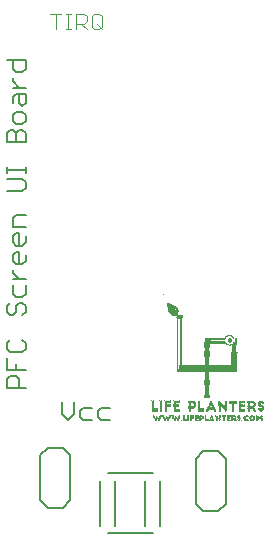
<source format=gto>
G75*
%MOIN*%
%OFA0B0*%
%FSLAX25Y25*%
%IPPOS*%
%LPD*%
%AMOC8*
5,1,8,0,0,1.08239X$1,22.5*
%
%ADD10C,0.00500*%
%ADD11C,0.00400*%
%ADD12R,0.00180X0.00045*%
%ADD13R,0.01080X0.00045*%
%ADD14R,0.00450X0.00045*%
%ADD15R,0.00360X0.00045*%
%ADD16R,0.00405X0.00045*%
%ADD17R,0.00225X0.00045*%
%ADD18R,0.00270X0.00045*%
%ADD19R,0.00270X0.00045*%
%ADD20R,0.01035X0.00045*%
%ADD21R,0.00315X0.00045*%
%ADD22R,0.00090X0.00045*%
%ADD23R,0.00675X0.00045*%
%ADD24R,0.00720X0.00045*%
%ADD25R,0.00315X0.00045*%
%ADD26R,0.00270X0.00045*%
%ADD27R,0.00270X0.00045*%
%ADD28R,0.00225X0.00045*%
%ADD29R,0.01080X0.00045*%
%ADD30R,0.00450X0.00045*%
%ADD31R,0.00360X0.00045*%
%ADD32R,0.01035X0.00045*%
%ADD33R,0.00135X0.00045*%
%ADD34R,0.00315X0.00045*%
%ADD35R,0.00810X0.00045*%
%ADD36R,0.00855X0.00045*%
%ADD37R,0.00405X0.00045*%
%ADD38R,0.00495X0.00045*%
%ADD39R,0.00315X0.00045*%
%ADD40R,0.00990X0.00045*%
%ADD41R,0.00720X0.00045*%
%ADD42R,0.01125X0.00045*%
%ADD43R,0.00765X0.00045*%
%ADD44R,0.01215X0.00045*%
%ADD45R,0.01260X0.00045*%
%ADD46R,0.00495X0.00045*%
%ADD47R,0.00585X0.00045*%
%ADD48R,0.01350X0.00045*%
%ADD49R,0.00495X0.00045*%
%ADD50R,0.00495X0.00045*%
%ADD51R,0.01440X0.00045*%
%ADD52R,0.01260X0.00045*%
%ADD53R,0.00540X0.00045*%
%ADD54R,0.01395X0.00045*%
%ADD55R,0.01485X0.00045*%
%ADD56R,0.00540X0.00045*%
%ADD57R,0.00630X0.00045*%
%ADD58R,0.00585X0.00045*%
%ADD59R,0.01350X0.00045*%
%ADD60R,0.01215X0.00045*%
%ADD61R,0.00675X0.00045*%
%ADD62R,0.00630X0.00045*%
%ADD63R,0.00540X0.00045*%
%ADD64R,0.00045X0.00045*%
%ADD65R,0.00090X0.00045*%
%ADD66R,0.00720X0.00045*%
%ADD67R,0.00090X0.00045*%
%ADD68R,0.00720X0.00045*%
%ADD69R,0.00855X0.00045*%
%ADD70R,0.01170X0.00045*%
%ADD71R,0.00765X0.00045*%
%ADD72R,0.01170X0.00045*%
%ADD73R,0.01125X0.00045*%
%ADD74R,0.00765X0.00045*%
%ADD75R,0.00900X0.00045*%
%ADD76R,0.00990X0.00045*%
%ADD77R,0.00945X0.00045*%
%ADD78R,0.00900X0.00045*%
%ADD79R,0.01890X0.00045*%
%ADD80R,0.00180X0.00045*%
%ADD81R,0.01890X0.00045*%
%ADD82R,0.00810X0.00045*%
%ADD83R,0.00135X0.00045*%
%ADD84R,0.01530X0.00045*%
%ADD85R,0.01215X0.00045*%
%ADD86R,0.01305X0.00045*%
%ADD87R,0.01170X0.00045*%
%ADD88R,0.00945X0.00045*%
%ADD89R,0.00945X0.00045*%
%ADD90R,0.02115X0.00045*%
%ADD91R,0.02070X0.00045*%
%ADD92R,0.02160X0.00045*%
%ADD93R,0.02115X0.00045*%
%ADD94R,0.02070X0.00045*%
%ADD95R,0.02160X0.00045*%
%ADD96R,0.02070X0.00045*%
%ADD97R,0.00765X0.00045*%
%ADD98R,0.01170X0.00045*%
%ADD99R,0.01305X0.00045*%
%ADD100R,0.00945X0.00045*%
%ADD101R,0.01395X0.00045*%
%ADD102R,0.01575X0.00045*%
%ADD103R,0.01665X0.00045*%
%ADD104R,0.03060X0.00045*%
%ADD105R,0.01665X0.00045*%
%ADD106R,0.03015X0.00045*%
%ADD107R,0.01755X0.00045*%
%ADD108R,0.02970X0.00045*%
%ADD109R,0.01800X0.00045*%
%ADD110R,0.02925X0.00045*%
%ADD111R,0.01845X0.00045*%
%ADD112R,0.02835X0.00045*%
%ADD113R,0.02835X0.00045*%
%ADD114R,0.01935X0.00045*%
%ADD115R,0.02790X0.00045*%
%ADD116R,0.02745X0.00045*%
%ADD117R,0.00045X0.00045*%
%ADD118R,0.02655X0.00045*%
%ADD119R,0.02655X0.00045*%
%ADD120R,0.02385X0.00045*%
%ADD121R,0.02565X0.00045*%
%ADD122R,0.02340X0.00045*%
%ADD123R,0.01845X0.00045*%
%ADD124R,0.02565X0.00045*%
%ADD125R,0.02340X0.00045*%
%ADD126R,0.02520X0.00045*%
%ADD127R,0.02295X0.00045*%
%ADD128R,0.01980X0.00045*%
%ADD129R,0.02430X0.00045*%
%ADD130R,0.02250X0.00045*%
%ADD131R,0.01440X0.00045*%
%ADD132R,0.02250X0.00045*%
%ADD133R,0.01485X0.00045*%
%ADD134R,0.02295X0.00045*%
%ADD135R,0.01620X0.00045*%
%ADD136R,0.02295X0.00045*%
%ADD137R,0.01665X0.00045*%
%ADD138R,0.02385X0.00045*%
%ADD139R,0.01665X0.00045*%
%ADD140R,0.01980X0.00045*%
%ADD141R,0.01710X0.00045*%
%ADD142R,0.02430X0.00045*%
%ADD143R,0.01395X0.00045*%
%ADD144R,0.01755X0.00045*%
%ADD145R,0.02475X0.00045*%
%ADD146R,0.01845X0.00045*%
%ADD147R,0.02475X0.00045*%
%ADD148R,0.01530X0.00045*%
%ADD149R,0.01935X0.00045*%
%ADD150R,0.02070X0.00045*%
%ADD151R,0.02295X0.00045*%
%ADD152R,0.01575X0.00045*%
%ADD153R,0.02205X0.00045*%
%ADD154R,0.02025X0.00045*%
%ADD155R,0.02025X0.00045*%
%ADD156R,0.02115X0.00045*%
%ADD157R,0.01710X0.00045*%
%ADD158R,0.01620X0.00045*%
%ADD159R,0.01620X0.00045*%
%ADD160R,0.01440X0.00045*%
%ADD161R,0.06075X0.00045*%
%ADD162R,0.19755X0.00045*%
%ADD163R,0.19755X0.00045*%
%ADD164R,0.19170X0.00045*%
%ADD165R,0.19125X0.00045*%
%ADD166R,0.19125X0.00045*%
%ADD167R,0.19170X0.00045*%
%ADD168R,0.14490X0.00045*%
%ADD169R,0.14490X0.00045*%
%ADD170R,0.01800X0.00045*%
%ADD171R,0.00045X0.00045*%
%ADD172R,0.07380X0.00045*%
%ADD173R,0.07335X0.00045*%
%ADD174R,0.07245X0.00045*%
%ADD175R,0.07200X0.00045*%
%ADD176R,0.07155X0.00045*%
%ADD177R,0.07110X0.00045*%
%ADD178R,0.07065X0.00045*%
%ADD179R,0.07065X0.00045*%
%ADD180R,0.07020X0.00045*%
%ADD181R,0.06975X0.00045*%
%ADD182R,0.06975X0.00045*%
%ADD183R,0.06930X0.00045*%
%ADD184R,0.06930X0.00045*%
%ADD185R,0.06885X0.00045*%
%ADD186R,0.06885X0.00045*%
%ADD187R,0.01395X0.00045*%
%ADD188R,0.00090X0.00045*%
%ADD189R,0.01440X0.00045*%
%ADD190R,0.02205X0.00045*%
%ADD191R,0.00540X0.00045*%
%ADD192R,0.02340X0.00045*%
%ADD193R,0.02340X0.00045*%
%ADD194R,0.02115X0.00045*%
%ADD195R,0.02880X0.00045*%
%ADD196R,0.02790X0.00045*%
%ADD197R,0.02790X0.00045*%
%ADD198R,0.02745X0.00045*%
%ADD199R,0.02700X0.00045*%
%ADD200R,0.02700X0.00045*%
%ADD201R,0.02565X0.00045*%
%ADD202R,0.02610X0.00045*%
%ADD203R,0.02520X0.00045*%
%ADD204R,0.02520X0.00045*%
%ADD205R,0.01620X0.00045*%
%ADD206C,0.00600*%
D10*
X0028605Y0048300D02*
X0026570Y0050335D01*
X0026570Y0054405D01*
X0030640Y0050335D02*
X0028605Y0048300D01*
X0030640Y0050335D02*
X0030640Y0054405D01*
X0033665Y0052370D02*
X0032647Y0051353D01*
X0032647Y0049318D01*
X0033665Y0048300D01*
X0036717Y0048300D01*
X0038724Y0049318D02*
X0038724Y0051353D01*
X0039742Y0052370D01*
X0042795Y0052370D01*
X0042795Y0048300D02*
X0039742Y0048300D01*
X0038724Y0049318D01*
X0036717Y0052370D02*
X0033665Y0052370D01*
X0041870Y0030595D02*
X0056870Y0030595D01*
X0059370Y0028095D02*
X0059370Y0013095D01*
X0056870Y0010595D02*
X0041870Y0010595D01*
X0039370Y0013095D02*
X0039370Y0028095D01*
X0044370Y0028095D02*
X0044370Y0013095D01*
X0054370Y0013095D02*
X0054370Y0028095D01*
X0014505Y0058885D02*
X0008400Y0058885D01*
X0008400Y0061938D01*
X0009417Y0062955D01*
X0011452Y0062955D01*
X0012470Y0061938D01*
X0012470Y0058885D01*
X0011452Y0064962D02*
X0011452Y0066997D01*
X0009417Y0071039D02*
X0013487Y0071039D01*
X0014505Y0072057D01*
X0014505Y0074092D01*
X0013487Y0075110D01*
X0009417Y0075110D02*
X0008400Y0074092D01*
X0008400Y0072057D01*
X0009417Y0071039D01*
X0008400Y0069032D02*
X0008400Y0064962D01*
X0014505Y0064962D01*
X0013487Y0083194D02*
X0014505Y0084211D01*
X0014505Y0086246D01*
X0013487Y0087264D01*
X0012470Y0087264D01*
X0011452Y0086246D01*
X0011452Y0084211D01*
X0010435Y0083194D01*
X0009417Y0083194D01*
X0008400Y0084211D01*
X0008400Y0086246D01*
X0009417Y0087264D01*
X0011452Y0089271D02*
X0010435Y0090288D01*
X0010435Y0093341D01*
X0010435Y0095348D02*
X0014505Y0095348D01*
X0014505Y0093341D02*
X0014505Y0090288D01*
X0013487Y0089271D01*
X0011452Y0089271D01*
X0012470Y0095348D02*
X0010435Y0097383D01*
X0010435Y0098401D01*
X0011452Y0100412D02*
X0010435Y0101430D01*
X0010435Y0103465D01*
X0011452Y0104483D01*
X0012470Y0104483D01*
X0012470Y0100412D01*
X0013487Y0100412D02*
X0011452Y0100412D01*
X0013487Y0100412D02*
X0014505Y0101430D01*
X0014505Y0103465D01*
X0013487Y0106490D02*
X0011452Y0106490D01*
X0010435Y0107507D01*
X0010435Y0109542D01*
X0011452Y0110560D01*
X0012470Y0110560D01*
X0012470Y0106490D01*
X0013487Y0106490D02*
X0014505Y0107507D01*
X0014505Y0109542D01*
X0014505Y0112567D02*
X0010435Y0112567D01*
X0010435Y0115619D01*
X0011452Y0116637D01*
X0014505Y0116637D01*
X0013487Y0124721D02*
X0014505Y0125739D01*
X0014505Y0127774D01*
X0013487Y0128791D01*
X0008400Y0128791D01*
X0008400Y0130798D02*
X0008400Y0132833D01*
X0008400Y0131816D02*
X0014505Y0131816D01*
X0014505Y0132833D02*
X0014505Y0130798D01*
X0013487Y0124721D02*
X0008400Y0124721D01*
X0008400Y0140927D02*
X0008400Y0143980D01*
X0009417Y0144997D01*
X0010435Y0144997D01*
X0011452Y0143980D01*
X0011452Y0140927D01*
X0011452Y0143980D02*
X0012470Y0144997D01*
X0013487Y0144997D01*
X0014505Y0143980D01*
X0014505Y0140927D01*
X0008400Y0140927D01*
X0011452Y0147004D02*
X0010435Y0148022D01*
X0010435Y0150057D01*
X0011452Y0151074D01*
X0013487Y0151074D01*
X0014505Y0150057D01*
X0014505Y0148022D01*
X0013487Y0147004D01*
X0011452Y0147004D01*
X0013487Y0153081D02*
X0012470Y0154099D01*
X0012470Y0157152D01*
X0011452Y0157152D02*
X0014505Y0157152D01*
X0014505Y0154099D01*
X0013487Y0153081D01*
X0010435Y0156134D02*
X0011452Y0157152D01*
X0010435Y0156134D02*
X0010435Y0154099D01*
X0010435Y0159159D02*
X0014505Y0159159D01*
X0012470Y0159159D02*
X0010435Y0161194D01*
X0010435Y0162211D01*
X0011452Y0164223D02*
X0010435Y0165240D01*
X0010435Y0168293D01*
X0008400Y0168293D02*
X0014505Y0168293D01*
X0014505Y0165240D01*
X0013487Y0164223D01*
X0011452Y0164223D01*
D11*
X0022780Y0183824D02*
X0026250Y0183824D01*
X0024515Y0183824D02*
X0024515Y0178620D01*
X0027936Y0178620D02*
X0029671Y0178620D01*
X0028804Y0178620D02*
X0028804Y0183824D01*
X0029671Y0183824D02*
X0027936Y0183824D01*
X0031374Y0183824D02*
X0031374Y0178620D01*
X0031374Y0180355D02*
X0033976Y0180355D01*
X0034844Y0181222D01*
X0034844Y0182957D01*
X0033976Y0183824D01*
X0031374Y0183824D01*
X0033109Y0180355D02*
X0034844Y0178620D01*
X0036530Y0179487D02*
X0037398Y0178620D01*
X0039133Y0178620D01*
X0040000Y0179487D01*
X0040000Y0182957D01*
X0039133Y0183824D01*
X0037398Y0183824D01*
X0036530Y0182957D01*
X0036530Y0179487D01*
X0038265Y0180355D02*
X0040000Y0178620D01*
D12*
X0065358Y0084150D03*
X0065628Y0081855D03*
X0081873Y0076140D03*
X0083358Y0076140D03*
X0081873Y0073305D03*
X0082053Y0073215D03*
X0083358Y0064305D03*
X0084888Y0064305D03*
X0090108Y0049680D03*
X0088488Y0048330D03*
X0086778Y0047880D03*
X0092448Y0048465D03*
X0093303Y0049680D03*
X0079398Y0048015D03*
X0076698Y0049500D03*
X0066573Y0047880D03*
X0064683Y0049140D03*
D13*
X0067653Y0048240D03*
X0067653Y0048150D03*
X0067653Y0048105D03*
X0067653Y0048015D03*
X0067653Y0047925D03*
X0067653Y0047880D03*
X0070038Y0049365D03*
X0071568Y0049365D03*
X0071568Y0049455D03*
X0071568Y0049500D03*
X0071568Y0049590D03*
X0071568Y0049680D03*
X0071568Y0048150D03*
X0071568Y0048105D03*
X0071568Y0048015D03*
X0071568Y0047925D03*
X0071568Y0047880D03*
X0073143Y0049500D03*
X0081063Y0051975D03*
X0082323Y0049590D03*
X0082323Y0049500D03*
X0082323Y0049455D03*
X0082323Y0048105D03*
X0082323Y0048015D03*
X0082323Y0047925D03*
X0083853Y0049500D03*
X0088173Y0049500D03*
X0090108Y0049500D03*
X0093033Y0051300D03*
X0084438Y0073980D03*
X0082638Y0074250D03*
X0082638Y0075150D03*
D14*
X0082638Y0074025D03*
X0082638Y0073080D03*
X0078993Y0054315D03*
X0078228Y0049275D03*
X0076698Y0049275D03*
X0071253Y0048600D03*
X0069723Y0048600D03*
X0069723Y0048555D03*
X0069723Y0048465D03*
X0069723Y0048375D03*
X0069723Y0048330D03*
X0069723Y0048240D03*
X0069723Y0048150D03*
X0069723Y0048105D03*
X0069723Y0048015D03*
X0069723Y0047925D03*
X0069723Y0047880D03*
X0068823Y0047880D03*
X0068823Y0047925D03*
X0068823Y0048015D03*
X0068823Y0048105D03*
X0068823Y0048150D03*
X0068823Y0048240D03*
X0068823Y0048330D03*
X0068823Y0048375D03*
X0068823Y0048465D03*
X0068823Y0048555D03*
X0068823Y0048600D03*
X0068823Y0048690D03*
X0068823Y0048780D03*
X0068823Y0048825D03*
X0068823Y0048915D03*
X0068823Y0049005D03*
X0068823Y0049050D03*
X0068823Y0049140D03*
X0068823Y0049230D03*
X0068823Y0049275D03*
X0068823Y0049365D03*
X0068823Y0049455D03*
X0068823Y0049500D03*
X0068823Y0049590D03*
X0068823Y0049680D03*
X0069723Y0049275D03*
X0069723Y0049230D03*
X0069723Y0049140D03*
X0069723Y0049050D03*
X0069723Y0049005D03*
X0064728Y0048825D03*
X0064188Y0048150D03*
X0062028Y0048150D03*
X0061533Y0048825D03*
X0061038Y0048150D03*
X0057888Y0048150D03*
X0065223Y0084555D03*
X0065223Y0084600D03*
X0087498Y0048915D03*
X0087543Y0049050D03*
X0087498Y0048600D03*
X0087498Y0048555D03*
X0089433Y0048915D03*
X0089478Y0049005D03*
X0089478Y0049050D03*
X0090738Y0049050D03*
X0090783Y0048915D03*
X0090783Y0048600D03*
X0090783Y0048555D03*
X0090738Y0048465D03*
X0090108Y0047880D03*
X0091728Y0048780D03*
X0092448Y0048600D03*
X0093168Y0048780D03*
D15*
X0093213Y0049500D03*
X0092448Y0048555D03*
X0091683Y0049500D03*
X0088173Y0047880D03*
X0085743Y0047925D03*
X0084528Y0048015D03*
X0084483Y0048105D03*
X0084438Y0048150D03*
X0084393Y0048240D03*
X0084348Y0048330D03*
X0083493Y0048330D03*
X0083493Y0048240D03*
X0083493Y0048150D03*
X0083493Y0048105D03*
X0083493Y0048015D03*
X0083493Y0047925D03*
X0083493Y0048690D03*
X0083493Y0048780D03*
X0083493Y0048825D03*
X0083493Y0048915D03*
X0083493Y0049005D03*
X0083493Y0049050D03*
X0083493Y0049140D03*
X0083493Y0049230D03*
X0083493Y0049275D03*
X0081963Y0049275D03*
X0081963Y0049230D03*
X0081963Y0049140D03*
X0081963Y0049050D03*
X0081963Y0049005D03*
X0081963Y0049365D03*
X0081963Y0048600D03*
X0081963Y0048555D03*
X0081963Y0048465D03*
X0081963Y0048375D03*
X0081963Y0048330D03*
X0081963Y0048240D03*
X0080658Y0048240D03*
X0080658Y0048150D03*
X0080658Y0048105D03*
X0080658Y0048015D03*
X0080658Y0047925D03*
X0080658Y0048330D03*
X0080658Y0048375D03*
X0080658Y0048465D03*
X0080658Y0048555D03*
X0080658Y0048600D03*
X0080658Y0048690D03*
X0080658Y0048780D03*
X0080658Y0048825D03*
X0080658Y0048915D03*
X0080658Y0049005D03*
X0080658Y0049050D03*
X0080658Y0049140D03*
X0080658Y0049230D03*
X0080658Y0049275D03*
X0079308Y0049275D03*
X0079308Y0049230D03*
X0079308Y0049140D03*
X0079308Y0049050D03*
X0079308Y0049365D03*
X0079308Y0049455D03*
X0079308Y0049500D03*
X0079308Y0049590D03*
X0078183Y0049365D03*
X0078183Y0048690D03*
X0078183Y0048600D03*
X0078183Y0048555D03*
X0078183Y0048465D03*
X0078183Y0048375D03*
X0078183Y0048330D03*
X0078183Y0048240D03*
X0078183Y0048150D03*
X0078183Y0048105D03*
X0078183Y0048015D03*
X0078183Y0047925D03*
X0076698Y0049365D03*
X0076248Y0048465D03*
X0074538Y0048240D03*
X0072783Y0048240D03*
X0072783Y0048150D03*
X0072783Y0048105D03*
X0072783Y0048015D03*
X0072783Y0047925D03*
X0072783Y0048330D03*
X0072783Y0048375D03*
X0072783Y0048690D03*
X0072783Y0048780D03*
X0072783Y0048825D03*
X0072783Y0048915D03*
X0072783Y0049005D03*
X0072783Y0049050D03*
X0072783Y0049140D03*
X0072783Y0049230D03*
X0072783Y0049275D03*
X0065763Y0049275D03*
X0065763Y0049230D03*
X0065718Y0049140D03*
X0065673Y0049050D03*
X0064728Y0048915D03*
X0063963Y0048555D03*
X0063738Y0049005D03*
X0063738Y0049050D03*
X0063693Y0049140D03*
X0063648Y0049230D03*
X0063603Y0049365D03*
X0063513Y0049590D03*
X0062748Y0049590D03*
X0062703Y0049500D03*
X0062703Y0049455D03*
X0062658Y0049365D03*
X0062523Y0049140D03*
X0062478Y0049050D03*
X0062388Y0048825D03*
X0062388Y0048780D03*
X0062343Y0048690D03*
X0062298Y0048600D03*
X0062028Y0048015D03*
X0061038Y0048015D03*
X0061038Y0048105D03*
X0060723Y0048690D03*
X0060678Y0048780D03*
X0060678Y0048825D03*
X0060633Y0048915D03*
X0060408Y0049365D03*
X0060363Y0049455D03*
X0060363Y0049500D03*
X0060318Y0049590D03*
X0059553Y0049455D03*
X0059508Y0049365D03*
X0059463Y0049230D03*
X0059418Y0049140D03*
X0059328Y0048915D03*
X0059193Y0048690D03*
X0059148Y0048600D03*
X0058383Y0048915D03*
X0057663Y0048600D03*
X0057528Y0048825D03*
X0057483Y0048915D03*
X0057438Y0049005D03*
X0057438Y0049050D03*
X0057393Y0049140D03*
X0057348Y0049230D03*
X0057348Y0049275D03*
X0057303Y0049365D03*
X0057258Y0049455D03*
X0061533Y0048915D03*
X0078948Y0054405D03*
X0082188Y0076275D03*
X0065268Y0084375D03*
D16*
X0065245Y0084465D03*
X0076405Y0054450D03*
X0076405Y0054405D03*
X0078205Y0048780D03*
X0079285Y0048240D03*
X0081400Y0051255D03*
X0081400Y0051300D03*
X0083515Y0049365D03*
X0083515Y0048375D03*
X0084325Y0048375D03*
X0081985Y0048150D03*
X0087475Y0048690D03*
X0087475Y0048780D03*
X0087475Y0048825D03*
X0089410Y0048825D03*
X0089410Y0048780D03*
X0089410Y0048690D03*
X0089455Y0048600D03*
X0089455Y0048555D03*
X0090805Y0048690D03*
X0090805Y0048780D03*
X0090805Y0048825D03*
X0090760Y0049005D03*
X0091705Y0048690D03*
X0091705Y0048600D03*
X0091705Y0048555D03*
X0091705Y0048465D03*
X0091705Y0048375D03*
X0091705Y0048330D03*
X0091705Y0048240D03*
X0091705Y0048150D03*
X0091705Y0048105D03*
X0091705Y0048015D03*
X0091705Y0047925D03*
X0091705Y0047880D03*
X0091705Y0049455D03*
X0093190Y0049455D03*
X0093190Y0048690D03*
X0093190Y0048600D03*
X0093190Y0048555D03*
X0093190Y0048465D03*
X0093190Y0048375D03*
X0093190Y0048330D03*
X0093190Y0048240D03*
X0093190Y0048150D03*
X0093190Y0048105D03*
X0093190Y0048015D03*
X0093190Y0047925D03*
X0093190Y0047880D03*
X0093055Y0051165D03*
X0072805Y0049365D03*
X0071230Y0049275D03*
X0071230Y0049230D03*
X0071230Y0049140D03*
X0071230Y0049050D03*
X0071230Y0049005D03*
X0071230Y0048555D03*
X0071230Y0048465D03*
X0071230Y0048375D03*
X0071230Y0048330D03*
X0071230Y0048240D03*
X0067315Y0048330D03*
X0067315Y0048375D03*
X0067315Y0048465D03*
X0067315Y0048555D03*
X0067315Y0048600D03*
X0067315Y0048690D03*
X0067315Y0048780D03*
X0067315Y0048825D03*
X0067315Y0048915D03*
X0067315Y0049005D03*
X0067315Y0049050D03*
X0067315Y0049140D03*
X0067315Y0049230D03*
X0067315Y0049275D03*
X0067315Y0049365D03*
X0067315Y0049455D03*
X0067315Y0049500D03*
X0067315Y0049590D03*
X0067315Y0049680D03*
X0065200Y0048150D03*
X0065200Y0048105D03*
X0064210Y0048105D03*
X0062005Y0048105D03*
X0058900Y0048105D03*
X0057910Y0048105D03*
D17*
X0057910Y0047925D03*
X0058900Y0047925D03*
X0058405Y0049050D03*
X0061015Y0047925D03*
X0061510Y0049140D03*
X0064210Y0047925D03*
X0066550Y0048150D03*
X0073795Y0048825D03*
X0073840Y0048915D03*
X0073840Y0049005D03*
X0073840Y0049050D03*
X0073840Y0049140D03*
X0073795Y0049230D03*
X0078115Y0049500D03*
X0084505Y0049230D03*
X0084550Y0049140D03*
X0084550Y0049050D03*
X0084550Y0049005D03*
X0084550Y0048915D03*
X0085405Y0049140D03*
X0085405Y0049230D03*
X0085450Y0049275D03*
X0086755Y0048150D03*
X0088465Y0049230D03*
X0088195Y0049680D03*
X0087520Y0053190D03*
X0087115Y0053190D03*
X0081805Y0073350D03*
X0082030Y0076230D03*
X0083200Y0076230D03*
X0065335Y0076230D03*
X0065335Y0076275D03*
X0065335Y0076365D03*
X0065335Y0076455D03*
X0065335Y0076500D03*
X0065335Y0076590D03*
X0065335Y0076680D03*
X0065335Y0076725D03*
X0065335Y0076815D03*
X0065335Y0076905D03*
X0065335Y0076950D03*
X0065335Y0077040D03*
X0065335Y0077130D03*
X0065335Y0077175D03*
X0065335Y0077265D03*
X0065335Y0077355D03*
X0065335Y0077400D03*
X0065335Y0077490D03*
X0065335Y0077580D03*
X0065335Y0077625D03*
X0065335Y0077715D03*
X0065335Y0077805D03*
X0065335Y0077850D03*
X0065335Y0077940D03*
X0065335Y0078030D03*
X0065335Y0078075D03*
X0065335Y0078165D03*
X0065335Y0078255D03*
X0065335Y0078300D03*
X0065335Y0078390D03*
X0065335Y0078480D03*
X0065335Y0078525D03*
X0065335Y0078615D03*
X0065335Y0078705D03*
X0065335Y0078750D03*
X0065335Y0078840D03*
X0065335Y0078930D03*
X0065335Y0078975D03*
X0065335Y0079065D03*
X0065335Y0079155D03*
X0065335Y0079200D03*
X0065335Y0079290D03*
X0065335Y0079380D03*
X0065335Y0079425D03*
X0065335Y0079515D03*
X0065335Y0079605D03*
X0065335Y0079650D03*
X0065335Y0079740D03*
X0065335Y0079830D03*
X0065335Y0079875D03*
X0065335Y0079965D03*
X0065335Y0080055D03*
X0065335Y0080100D03*
X0065335Y0080190D03*
X0065335Y0080280D03*
X0065335Y0080325D03*
X0065335Y0080415D03*
X0065335Y0080505D03*
X0065335Y0080550D03*
X0065335Y0080640D03*
X0065335Y0080730D03*
X0065335Y0080775D03*
X0065335Y0080865D03*
X0065335Y0080955D03*
X0065335Y0081000D03*
X0065335Y0081090D03*
X0065335Y0081180D03*
X0065335Y0081225D03*
X0065335Y0081315D03*
X0065335Y0081405D03*
X0065335Y0081450D03*
X0065335Y0081540D03*
X0065335Y0081630D03*
X0065335Y0081675D03*
X0065335Y0081765D03*
X0065335Y0081855D03*
X0065335Y0084240D03*
X0061915Y0087075D03*
X0065335Y0076140D03*
X0065335Y0076050D03*
X0065335Y0076005D03*
X0065335Y0075915D03*
X0065335Y0075825D03*
X0065335Y0075780D03*
X0065335Y0075690D03*
X0065335Y0075600D03*
X0065335Y0075555D03*
X0065335Y0075465D03*
X0065335Y0075375D03*
X0065335Y0075330D03*
X0065335Y0075240D03*
X0065335Y0075150D03*
X0065335Y0075105D03*
X0065335Y0075015D03*
X0065335Y0074925D03*
X0065335Y0074880D03*
X0065335Y0074790D03*
X0065335Y0074700D03*
X0065335Y0074655D03*
X0065335Y0074565D03*
X0065335Y0074475D03*
X0065335Y0074430D03*
X0065335Y0074340D03*
X0065335Y0074250D03*
X0065335Y0074205D03*
X0065335Y0074115D03*
X0065335Y0074025D03*
X0065335Y0073980D03*
X0065335Y0073890D03*
X0065335Y0073800D03*
X0065335Y0073755D03*
X0065335Y0073665D03*
X0065335Y0073575D03*
X0065335Y0073530D03*
X0065335Y0073440D03*
X0065335Y0073350D03*
X0065335Y0073305D03*
X0065335Y0073215D03*
X0065335Y0073125D03*
X0065335Y0073080D03*
X0065335Y0072990D03*
X0065335Y0072900D03*
X0065335Y0072855D03*
X0065335Y0072765D03*
X0065335Y0072675D03*
X0065335Y0072630D03*
X0065335Y0072540D03*
X0065335Y0072450D03*
X0065335Y0072405D03*
X0065335Y0072315D03*
X0065335Y0072225D03*
X0065335Y0072180D03*
X0065335Y0072090D03*
X0065335Y0072000D03*
X0065335Y0071955D03*
X0065335Y0071865D03*
X0065335Y0071775D03*
X0065335Y0071730D03*
X0065335Y0071640D03*
X0065335Y0071550D03*
X0065335Y0071505D03*
X0065335Y0071415D03*
X0065335Y0071325D03*
X0065335Y0071280D03*
X0065335Y0071190D03*
X0065335Y0071100D03*
X0065335Y0071055D03*
X0065335Y0070965D03*
X0065335Y0070875D03*
X0065335Y0070830D03*
X0065335Y0070740D03*
X0065335Y0070650D03*
X0065335Y0070605D03*
X0065335Y0070515D03*
X0065335Y0070425D03*
X0065335Y0070380D03*
X0065335Y0070290D03*
X0065335Y0070200D03*
X0065335Y0070155D03*
X0065335Y0070065D03*
X0065335Y0069975D03*
X0065335Y0069930D03*
X0065335Y0069840D03*
X0065335Y0069750D03*
X0065335Y0069705D03*
X0065335Y0069615D03*
X0065335Y0069525D03*
X0065335Y0069480D03*
X0065335Y0069390D03*
X0065335Y0069300D03*
X0065335Y0069255D03*
X0065335Y0069165D03*
X0065335Y0069075D03*
X0065335Y0069030D03*
X0065335Y0068940D03*
X0065335Y0068850D03*
X0065335Y0068805D03*
X0065335Y0068715D03*
X0065335Y0068625D03*
X0065335Y0068580D03*
X0065335Y0068490D03*
X0065335Y0068400D03*
X0065335Y0068355D03*
X0065335Y0068265D03*
X0065335Y0068175D03*
X0065335Y0068130D03*
X0065335Y0068040D03*
X0065335Y0067950D03*
X0065335Y0067905D03*
X0065335Y0067815D03*
X0065335Y0067725D03*
X0065335Y0067680D03*
X0065335Y0067590D03*
X0065335Y0067500D03*
X0065335Y0067455D03*
X0065335Y0067365D03*
X0065335Y0067275D03*
X0065335Y0067230D03*
X0065335Y0067140D03*
X0065335Y0067050D03*
X0065335Y0067005D03*
X0065335Y0066915D03*
X0065335Y0066825D03*
X0065335Y0066780D03*
X0065335Y0066690D03*
X0065335Y0066600D03*
X0065335Y0066555D03*
X0065335Y0066465D03*
X0065335Y0066375D03*
X0065335Y0066330D03*
X0065335Y0066240D03*
X0065335Y0066150D03*
X0065335Y0066105D03*
X0065335Y0066015D03*
X0065335Y0065925D03*
X0065335Y0065880D03*
X0065335Y0065790D03*
X0065335Y0065700D03*
X0065335Y0065655D03*
X0065335Y0065565D03*
X0065335Y0065475D03*
X0065335Y0065430D03*
X0065335Y0065340D03*
X0065335Y0065250D03*
X0065335Y0065205D03*
X0065335Y0065115D03*
X0065335Y0065025D03*
D18*
X0065358Y0064980D03*
X0064683Y0049050D03*
X0063828Y0048825D03*
X0062028Y0047925D03*
X0061533Y0049005D03*
X0061533Y0049050D03*
X0060453Y0049275D03*
X0075978Y0047925D03*
X0076068Y0048105D03*
X0076293Y0048555D03*
X0076293Y0048600D03*
X0076383Y0048780D03*
X0076428Y0048825D03*
X0076968Y0048825D03*
X0077058Y0048600D03*
X0077103Y0048555D03*
X0079353Y0048105D03*
X0081468Y0051165D03*
X0084483Y0049275D03*
X0084483Y0048825D03*
X0085428Y0049005D03*
X0085428Y0049050D03*
X0086103Y0049275D03*
X0086058Y0048600D03*
X0086103Y0048465D03*
X0086103Y0048375D03*
X0086103Y0048330D03*
X0086778Y0048105D03*
X0086778Y0047925D03*
X0093258Y0049590D03*
D19*
X0091638Y0049590D03*
X0085473Y0048240D03*
X0078138Y0049455D03*
X0077013Y0048780D03*
X0076923Y0048915D03*
X0076698Y0049455D03*
X0076338Y0048690D03*
X0073773Y0048780D03*
X0073773Y0049275D03*
X0066573Y0047925D03*
X0065223Y0047925D03*
D20*
X0070015Y0048690D03*
X0070015Y0048780D03*
X0070015Y0048825D03*
X0070015Y0048915D03*
X0071545Y0048915D03*
X0071545Y0048825D03*
X0071545Y0048780D03*
X0071545Y0048690D03*
X0074875Y0048150D03*
X0074875Y0048105D03*
X0074875Y0048015D03*
X0074875Y0047925D03*
X0076405Y0053730D03*
X0076405Y0053775D03*
X0079285Y0053730D03*
X0081085Y0051930D03*
X0090130Y0048015D03*
X0084460Y0074025D03*
X0064525Y0085500D03*
X0062365Y0086715D03*
D21*
X0061960Y0087030D03*
X0065290Y0084330D03*
X0078925Y0054450D03*
X0077035Y0048690D03*
X0077125Y0048465D03*
X0077350Y0048015D03*
X0077395Y0047925D03*
X0076045Y0048015D03*
X0076450Y0048915D03*
X0074515Y0048915D03*
X0074515Y0048825D03*
X0074515Y0048780D03*
X0074515Y0048690D03*
X0074515Y0048600D03*
X0074515Y0048555D03*
X0074515Y0048465D03*
X0074515Y0048375D03*
X0074515Y0048330D03*
X0074515Y0049005D03*
X0074515Y0049050D03*
X0074515Y0049140D03*
X0074515Y0049230D03*
X0074515Y0049275D03*
X0074515Y0049365D03*
X0074515Y0049455D03*
X0074515Y0049500D03*
X0074515Y0049590D03*
X0073660Y0049365D03*
X0073660Y0048690D03*
X0066550Y0048105D03*
X0066550Y0048015D03*
X0065470Y0048600D03*
X0065425Y0048555D03*
X0065515Y0048690D03*
X0065560Y0048780D03*
X0065560Y0048825D03*
X0065650Y0049005D03*
X0065785Y0049365D03*
X0065875Y0049500D03*
X0065920Y0049590D03*
X0065200Y0048015D03*
X0064210Y0048015D03*
X0063940Y0048600D03*
X0063895Y0048690D03*
X0063850Y0048780D03*
X0063625Y0049275D03*
X0063535Y0049455D03*
X0063535Y0049500D03*
X0062590Y0049275D03*
X0062590Y0049230D03*
X0062410Y0048915D03*
X0062275Y0048555D03*
X0060790Y0048555D03*
X0060745Y0048600D03*
X0060610Y0049005D03*
X0060565Y0049050D03*
X0060520Y0049140D03*
X0060475Y0049230D03*
X0059620Y0049590D03*
X0059575Y0049500D03*
X0059485Y0049275D03*
X0059395Y0049050D03*
X0059350Y0049005D03*
X0059260Y0048825D03*
X0059260Y0048780D03*
X0059125Y0048555D03*
X0058900Y0048015D03*
X0057910Y0048015D03*
X0057685Y0048555D03*
X0057595Y0048690D03*
X0057550Y0048780D03*
X0057235Y0049500D03*
X0057190Y0049590D03*
X0082660Y0075375D03*
X0083065Y0076275D03*
X0085765Y0049590D03*
X0084370Y0049365D03*
X0084460Y0048780D03*
X0084415Y0048690D03*
X0084595Y0047925D03*
D22*
X0079443Y0047925D03*
X0081243Y0075465D03*
X0083943Y0075555D03*
D23*
X0079105Y0054090D03*
X0081265Y0051525D03*
X0078340Y0049050D03*
X0076675Y0049005D03*
X0071050Y0053055D03*
X0071050Y0053100D03*
X0071050Y0053505D03*
X0071050Y0053550D03*
X0071005Y0053640D03*
X0065200Y0048375D03*
X0064705Y0048600D03*
X0064210Y0048375D03*
X0064210Y0048330D03*
X0061510Y0048600D03*
X0061015Y0048375D03*
X0058900Y0048375D03*
X0058405Y0048555D03*
X0058405Y0048600D03*
X0057910Y0048375D03*
X0065020Y0084915D03*
X0085765Y0049455D03*
X0088195Y0047925D03*
X0090850Y0053100D03*
X0090850Y0053190D03*
X0090850Y0053280D03*
X0090850Y0053325D03*
X0090850Y0053415D03*
X0090850Y0053505D03*
X0090805Y0053640D03*
X0092425Y0048690D03*
X0093055Y0049230D03*
X0093055Y0054450D03*
D24*
X0092403Y0053640D03*
X0092403Y0053550D03*
X0092403Y0053505D03*
X0092403Y0053415D03*
X0093708Y0053640D03*
X0093708Y0052290D03*
X0093708Y0052200D03*
X0093708Y0052155D03*
X0093708Y0052065D03*
X0092403Y0052065D03*
X0092403Y0051975D03*
X0090828Y0053055D03*
X0090783Y0052965D03*
X0090108Y0047925D03*
X0079128Y0048555D03*
X0077643Y0051390D03*
X0076968Y0052875D03*
X0075933Y0053055D03*
X0076383Y0054090D03*
X0076293Y0048150D03*
X0070983Y0052965D03*
X0064683Y0048555D03*
X0064233Y0048465D03*
X0062028Y0048465D03*
X0058878Y0048465D03*
D25*
X0059170Y0048645D03*
X0059215Y0048735D03*
X0059350Y0048960D03*
X0059395Y0049095D03*
X0059485Y0049320D03*
X0059665Y0049635D03*
X0060385Y0049410D03*
X0060610Y0048960D03*
X0060745Y0048645D03*
X0062320Y0048645D03*
X0062410Y0048870D03*
X0062500Y0049095D03*
X0062545Y0049185D03*
X0062635Y0049320D03*
X0062770Y0049635D03*
X0063625Y0049320D03*
X0063760Y0048960D03*
X0063940Y0048645D03*
X0065200Y0047970D03*
X0065470Y0048645D03*
X0065785Y0049320D03*
X0065920Y0049635D03*
X0066550Y0048060D03*
X0066550Y0047970D03*
X0074515Y0048420D03*
X0074515Y0048510D03*
X0074515Y0048645D03*
X0074515Y0048735D03*
X0074515Y0048870D03*
X0074515Y0048960D03*
X0074515Y0049095D03*
X0074515Y0049185D03*
X0074515Y0049320D03*
X0074515Y0049410D03*
X0074515Y0049545D03*
X0074515Y0049635D03*
X0077035Y0048645D03*
X0077350Y0047970D03*
X0078160Y0049410D03*
X0081445Y0051210D03*
X0078925Y0054495D03*
X0084415Y0048735D03*
X0084415Y0048195D03*
X0084550Y0047970D03*
X0085495Y0048195D03*
X0086035Y0048195D03*
X0091660Y0049545D03*
X0093235Y0049545D03*
X0083020Y0073170D03*
X0082210Y0073170D03*
X0057640Y0048645D03*
X0057595Y0048735D03*
X0057460Y0048960D03*
X0057370Y0049185D03*
X0057325Y0049320D03*
X0057910Y0047970D03*
D26*
X0058878Y0047970D03*
X0060543Y0049095D03*
X0062028Y0047970D03*
X0057168Y0049635D03*
X0073728Y0049320D03*
X0073728Y0048735D03*
X0076068Y0048060D03*
X0076293Y0048510D03*
X0076428Y0048870D03*
X0076968Y0048870D03*
X0077103Y0048510D03*
X0077328Y0048060D03*
X0084528Y0048870D03*
X0085428Y0048960D03*
X0085428Y0048285D03*
X0086103Y0048285D03*
X0086103Y0048420D03*
X0086103Y0048510D03*
X0086058Y0049320D03*
D27*
X0085473Y0049320D03*
X0084438Y0049320D03*
X0077013Y0048735D03*
X0076698Y0049410D03*
X0076023Y0047970D03*
X0065898Y0049545D03*
X0063873Y0048735D03*
X0061038Y0047970D03*
X0060498Y0049185D03*
X0057213Y0049545D03*
X0065313Y0084285D03*
X0092448Y0048510D03*
D28*
X0093280Y0049635D03*
X0091615Y0049635D03*
X0085405Y0049185D03*
X0085405Y0049095D03*
X0084550Y0049095D03*
X0084550Y0048960D03*
X0079375Y0048060D03*
X0076360Y0048735D03*
X0076315Y0048645D03*
X0073840Y0048960D03*
X0073840Y0049095D03*
X0064705Y0049095D03*
X0064210Y0047970D03*
X0061510Y0049095D03*
X0058405Y0049095D03*
X0065335Y0065070D03*
X0065335Y0065160D03*
X0065335Y0065295D03*
X0065335Y0065385D03*
X0065335Y0065520D03*
X0065335Y0065610D03*
X0065335Y0065745D03*
X0065335Y0065835D03*
X0065335Y0065970D03*
X0065335Y0066060D03*
X0065335Y0066195D03*
X0065335Y0066285D03*
X0065335Y0066420D03*
X0065335Y0066510D03*
X0065335Y0066645D03*
X0065335Y0066735D03*
X0065335Y0066870D03*
X0065335Y0066960D03*
X0065335Y0067095D03*
X0065335Y0067185D03*
X0065335Y0067320D03*
X0065335Y0067410D03*
X0065335Y0067545D03*
X0065335Y0067635D03*
X0065335Y0067770D03*
X0065335Y0067860D03*
X0065335Y0067995D03*
X0065335Y0068085D03*
X0065335Y0068220D03*
X0065335Y0068310D03*
X0065335Y0068445D03*
X0065335Y0068535D03*
X0065335Y0068670D03*
X0065335Y0068760D03*
X0065335Y0068895D03*
X0065335Y0068985D03*
X0065335Y0069120D03*
X0065335Y0069210D03*
X0065335Y0069345D03*
X0065335Y0069435D03*
X0065335Y0069570D03*
X0065335Y0069660D03*
X0065335Y0069795D03*
X0065335Y0069885D03*
X0065335Y0070020D03*
X0065335Y0070110D03*
X0065335Y0070245D03*
X0065335Y0070335D03*
X0065335Y0070470D03*
X0065335Y0070560D03*
X0065335Y0070695D03*
X0065335Y0070785D03*
X0065335Y0070920D03*
X0065335Y0071010D03*
X0065335Y0071145D03*
X0065335Y0071235D03*
X0065335Y0071370D03*
X0065335Y0071460D03*
X0065335Y0071595D03*
X0065335Y0071685D03*
X0065335Y0071820D03*
X0065335Y0071910D03*
X0065335Y0072045D03*
X0065335Y0072135D03*
X0065335Y0072270D03*
X0065335Y0072360D03*
X0065335Y0072495D03*
X0065335Y0072585D03*
X0065335Y0072720D03*
X0065335Y0072810D03*
X0065335Y0072945D03*
X0065335Y0073035D03*
X0065335Y0073170D03*
X0065335Y0073260D03*
X0065335Y0073395D03*
X0065335Y0073485D03*
X0065335Y0073620D03*
X0065335Y0073710D03*
X0065335Y0073845D03*
X0065335Y0073935D03*
X0065335Y0074070D03*
X0065335Y0074160D03*
X0065335Y0074295D03*
X0065335Y0074385D03*
X0065335Y0074520D03*
X0065335Y0074610D03*
X0065335Y0074745D03*
X0065335Y0074835D03*
X0065335Y0074970D03*
X0065335Y0075060D03*
X0065335Y0075195D03*
X0065335Y0075285D03*
X0065335Y0075420D03*
X0065335Y0075510D03*
X0065335Y0075645D03*
X0065335Y0075735D03*
X0065335Y0075870D03*
X0065335Y0075960D03*
X0065335Y0076095D03*
X0065335Y0076185D03*
X0065335Y0076320D03*
X0065335Y0076410D03*
X0065335Y0076545D03*
X0065335Y0076635D03*
X0065335Y0076770D03*
X0065335Y0076860D03*
X0065335Y0076995D03*
X0065335Y0077085D03*
X0065335Y0077220D03*
X0065335Y0077310D03*
X0065335Y0077445D03*
X0065335Y0077535D03*
X0065335Y0077670D03*
X0065335Y0077760D03*
X0065335Y0077895D03*
X0065335Y0077985D03*
X0065335Y0078120D03*
X0065335Y0078210D03*
X0065335Y0078345D03*
X0065335Y0078435D03*
X0065335Y0078570D03*
X0065335Y0078660D03*
X0065335Y0078795D03*
X0065335Y0078885D03*
X0065335Y0079020D03*
X0065335Y0079110D03*
X0065335Y0079245D03*
X0065335Y0079335D03*
X0065335Y0079470D03*
X0065335Y0079560D03*
X0065335Y0079695D03*
X0065335Y0079785D03*
X0065335Y0079920D03*
X0065335Y0080010D03*
X0065335Y0080145D03*
X0065335Y0080235D03*
X0065335Y0080370D03*
X0065335Y0080460D03*
X0065335Y0080595D03*
X0065335Y0080685D03*
X0065335Y0080820D03*
X0065335Y0080910D03*
X0065335Y0081045D03*
X0065335Y0081135D03*
X0065335Y0081270D03*
X0065335Y0081360D03*
X0065335Y0081495D03*
X0065335Y0081585D03*
X0065335Y0081720D03*
X0065335Y0081810D03*
X0065335Y0084195D03*
D29*
X0079308Y0053685D03*
X0082323Y0049635D03*
X0082323Y0049545D03*
X0082323Y0048060D03*
X0082323Y0047970D03*
X0071568Y0047970D03*
X0071568Y0048060D03*
X0071568Y0049410D03*
X0071568Y0049545D03*
X0071568Y0049635D03*
X0067653Y0048195D03*
X0067653Y0048060D03*
X0067653Y0047970D03*
X0084438Y0073935D03*
D30*
X0076383Y0054360D03*
X0079263Y0048285D03*
X0082008Y0048645D03*
X0085743Y0047970D03*
X0085968Y0048645D03*
X0087498Y0048645D03*
X0087543Y0048510D03*
X0087498Y0048960D03*
X0089433Y0048645D03*
X0089478Y0048510D03*
X0090738Y0048510D03*
X0090783Y0048645D03*
X0090783Y0048960D03*
X0091728Y0049410D03*
X0093168Y0049410D03*
X0071253Y0049320D03*
X0071253Y0048195D03*
X0069723Y0048195D03*
X0069723Y0048285D03*
X0069723Y0048420D03*
X0069723Y0048510D03*
X0069723Y0048060D03*
X0069723Y0047970D03*
X0068823Y0047970D03*
X0068823Y0048060D03*
X0068823Y0048195D03*
X0068823Y0048285D03*
X0068823Y0048420D03*
X0068823Y0048510D03*
X0068823Y0048645D03*
X0068823Y0048735D03*
X0068823Y0048870D03*
X0068823Y0048960D03*
X0068823Y0049095D03*
X0068823Y0049185D03*
X0068823Y0049320D03*
X0068823Y0049410D03*
X0068823Y0049545D03*
X0068823Y0049635D03*
X0069723Y0049320D03*
X0069723Y0049185D03*
X0069723Y0049095D03*
X0064728Y0048870D03*
X0061533Y0048870D03*
X0061038Y0048195D03*
X0057888Y0048195D03*
D31*
X0057438Y0049095D03*
X0059418Y0049185D03*
X0059598Y0049545D03*
X0060273Y0049635D03*
X0060318Y0049545D03*
X0060633Y0048870D03*
X0060723Y0048735D03*
X0061038Y0048060D03*
X0062028Y0048060D03*
X0062343Y0048735D03*
X0061533Y0048960D03*
X0062748Y0049545D03*
X0063468Y0049635D03*
X0063513Y0049545D03*
X0063648Y0049185D03*
X0063693Y0049095D03*
X0064728Y0048960D03*
X0065538Y0048735D03*
X0065628Y0048960D03*
X0065673Y0049095D03*
X0065718Y0049185D03*
X0065223Y0048060D03*
X0064188Y0048060D03*
X0072783Y0048060D03*
X0072783Y0047970D03*
X0072783Y0048195D03*
X0072783Y0048285D03*
X0072783Y0048420D03*
X0072783Y0048735D03*
X0072783Y0048870D03*
X0072783Y0048960D03*
X0072783Y0049095D03*
X0072783Y0049185D03*
X0072783Y0049320D03*
X0074538Y0048285D03*
X0078183Y0048285D03*
X0078183Y0048195D03*
X0078183Y0048060D03*
X0078183Y0047970D03*
X0078183Y0048420D03*
X0078183Y0048510D03*
X0078183Y0048645D03*
X0078183Y0048735D03*
X0079308Y0049095D03*
X0079308Y0049185D03*
X0079308Y0049320D03*
X0079308Y0049410D03*
X0079308Y0049545D03*
X0079308Y0049635D03*
X0080658Y0049185D03*
X0080658Y0049095D03*
X0080658Y0048960D03*
X0080658Y0048870D03*
X0080658Y0048735D03*
X0080658Y0048645D03*
X0080658Y0048510D03*
X0080658Y0048420D03*
X0080658Y0048285D03*
X0080658Y0048195D03*
X0080658Y0048060D03*
X0080658Y0047970D03*
X0081963Y0048195D03*
X0081963Y0048285D03*
X0081963Y0048420D03*
X0081963Y0048510D03*
X0081963Y0048960D03*
X0081963Y0049095D03*
X0081963Y0049185D03*
X0081963Y0049320D03*
X0083493Y0049320D03*
X0083493Y0049185D03*
X0083493Y0049095D03*
X0083493Y0048960D03*
X0083493Y0048870D03*
X0083493Y0048735D03*
X0083493Y0048285D03*
X0083493Y0048195D03*
X0083493Y0048060D03*
X0083493Y0047970D03*
X0084393Y0048285D03*
X0079308Y0048195D03*
X0076428Y0054495D03*
X0082278Y0076320D03*
X0082593Y0076410D03*
X0065268Y0084420D03*
D32*
X0062365Y0086760D03*
X0070015Y0048960D03*
X0070015Y0048870D03*
X0070015Y0048735D03*
X0070015Y0048645D03*
X0071545Y0048645D03*
X0071545Y0048735D03*
X0071545Y0048870D03*
X0073120Y0048510D03*
X0074875Y0048195D03*
X0074875Y0048060D03*
X0074875Y0047970D03*
X0082300Y0049410D03*
X0083830Y0049545D03*
X0093055Y0054360D03*
D33*
X0085765Y0049635D03*
X0079420Y0047970D03*
X0064705Y0049185D03*
X0058405Y0049185D03*
X0063760Y0083070D03*
X0065380Y0084060D03*
X0081265Y0075510D03*
X0081400Y0075735D03*
X0081490Y0075870D03*
X0081625Y0073485D03*
X0084010Y0075420D03*
X0083965Y0075510D03*
X0083875Y0075645D03*
X0083830Y0075735D03*
X0083605Y0075960D03*
X0083290Y0076185D03*
D34*
X0082930Y0076320D03*
X0079330Y0048960D03*
X0079330Y0048870D03*
X0084505Y0048060D03*
X0086755Y0048060D03*
X0086755Y0047970D03*
X0065830Y0049410D03*
X0065605Y0048870D03*
X0063805Y0048870D03*
X0063580Y0049410D03*
X0062680Y0049410D03*
X0062455Y0048960D03*
X0060430Y0049320D03*
X0059530Y0049410D03*
X0059305Y0048870D03*
X0058405Y0048960D03*
X0057505Y0048870D03*
X0057280Y0049410D03*
D35*
X0059778Y0051120D03*
X0061398Y0051120D03*
X0061398Y0051435D03*
X0061398Y0051570D03*
X0061398Y0051660D03*
X0061398Y0051795D03*
X0061398Y0051885D03*
X0061398Y0052020D03*
X0061398Y0052110D03*
X0061398Y0052245D03*
X0061398Y0052335D03*
X0061398Y0053370D03*
X0061398Y0053460D03*
X0061398Y0053595D03*
X0061398Y0053685D03*
X0069183Y0053685D03*
X0069183Y0053595D03*
X0069183Y0053460D03*
X0069183Y0053370D03*
X0069183Y0053235D03*
X0069183Y0053145D03*
X0069183Y0053010D03*
X0069183Y0052920D03*
X0069183Y0052785D03*
X0069183Y0052020D03*
X0069183Y0051885D03*
X0069183Y0051795D03*
X0069183Y0051660D03*
X0069183Y0051570D03*
X0069183Y0051435D03*
X0069183Y0051345D03*
X0069183Y0051210D03*
X0069183Y0053820D03*
X0072423Y0053820D03*
X0072423Y0053910D03*
X0072423Y0054045D03*
X0072423Y0054135D03*
X0072423Y0054270D03*
X0072423Y0054360D03*
X0072423Y0054495D03*
X0072423Y0053685D03*
X0072423Y0053595D03*
X0072423Y0053460D03*
X0072423Y0053370D03*
X0072423Y0053235D03*
X0072423Y0053145D03*
X0072423Y0053010D03*
X0072423Y0052920D03*
X0072423Y0052785D03*
X0072423Y0052695D03*
X0072423Y0052560D03*
X0072423Y0052470D03*
X0072423Y0052335D03*
X0072423Y0052245D03*
X0072423Y0052110D03*
X0072423Y0052020D03*
X0075168Y0051435D03*
X0075618Y0052335D03*
X0075663Y0052470D03*
X0076923Y0052920D03*
X0077733Y0051210D03*
X0079173Y0051210D03*
X0079173Y0051345D03*
X0079173Y0051435D03*
X0079173Y0051570D03*
X0079173Y0051660D03*
X0079173Y0051795D03*
X0079173Y0051885D03*
X0079173Y0052020D03*
X0079173Y0052110D03*
X0079173Y0052245D03*
X0079173Y0052335D03*
X0079173Y0052470D03*
X0079173Y0052560D03*
X0079173Y0052695D03*
X0081198Y0053010D03*
X0081198Y0053145D03*
X0081198Y0053235D03*
X0081198Y0053370D03*
X0081198Y0053460D03*
X0081198Y0053595D03*
X0081198Y0053685D03*
X0081198Y0053820D03*
X0081198Y0053910D03*
X0081198Y0054045D03*
X0081198Y0054135D03*
X0081198Y0054270D03*
X0081198Y0054360D03*
X0081198Y0054495D03*
X0083673Y0053685D03*
X0083673Y0053595D03*
X0083673Y0053460D03*
X0083673Y0053370D03*
X0083673Y0053235D03*
X0083673Y0053145D03*
X0083673Y0053010D03*
X0083673Y0052920D03*
X0083673Y0052785D03*
X0083673Y0052695D03*
X0083673Y0052560D03*
X0083673Y0052470D03*
X0083673Y0052335D03*
X0083673Y0052245D03*
X0083673Y0052110D03*
X0083673Y0052020D03*
X0083673Y0051885D03*
X0083673Y0051795D03*
X0083673Y0051660D03*
X0083673Y0051570D03*
X0083673Y0051435D03*
X0083673Y0051345D03*
X0083673Y0051210D03*
X0081198Y0051660D03*
X0079083Y0048645D03*
X0086148Y0051795D03*
X0086148Y0051885D03*
X0086148Y0052020D03*
X0086148Y0052110D03*
X0086148Y0052245D03*
X0086148Y0052335D03*
X0086148Y0052470D03*
X0086148Y0053235D03*
X0086148Y0053370D03*
X0086148Y0053460D03*
X0086148Y0053595D03*
X0086148Y0053685D03*
X0086148Y0053820D03*
X0088938Y0053820D03*
X0088938Y0053685D03*
X0088938Y0053595D03*
X0088938Y0053460D03*
X0088938Y0053370D03*
X0088938Y0053235D03*
X0088938Y0053145D03*
X0088938Y0053010D03*
X0088938Y0052920D03*
X0088938Y0051885D03*
X0088938Y0051795D03*
X0088938Y0051660D03*
X0088938Y0051570D03*
X0088938Y0051435D03*
X0088938Y0051345D03*
X0088938Y0051210D03*
X0088173Y0047970D03*
X0091908Y0049095D03*
X0092988Y0049095D03*
X0093618Y0053820D03*
X0066258Y0080820D03*
X0066258Y0080910D03*
X0066258Y0081360D03*
X0066258Y0081495D03*
X0066258Y0081585D03*
X0066258Y0081720D03*
X0064908Y0085095D03*
X0064863Y0085185D03*
D36*
X0066235Y0081810D03*
X0066235Y0081270D03*
X0066235Y0081135D03*
X0066235Y0081045D03*
X0066235Y0080685D03*
X0066235Y0080595D03*
X0066235Y0080460D03*
X0066235Y0080370D03*
X0066235Y0080235D03*
X0066235Y0080145D03*
X0066235Y0080010D03*
X0066235Y0079920D03*
X0066235Y0079785D03*
X0066235Y0079695D03*
X0066235Y0079560D03*
X0066235Y0079470D03*
X0066235Y0079335D03*
X0066235Y0079245D03*
X0066235Y0079110D03*
X0066235Y0079020D03*
X0066235Y0078885D03*
X0066235Y0078795D03*
X0066235Y0078660D03*
X0066235Y0078570D03*
X0066235Y0078435D03*
X0066235Y0078345D03*
X0066235Y0078210D03*
X0066235Y0078120D03*
X0066235Y0077985D03*
X0066235Y0077895D03*
X0066235Y0077760D03*
X0066235Y0077670D03*
X0066235Y0077535D03*
X0066235Y0077445D03*
X0066235Y0077310D03*
X0066235Y0077220D03*
X0066235Y0077085D03*
X0066235Y0076995D03*
X0066235Y0076860D03*
X0066235Y0076770D03*
X0066235Y0076635D03*
X0066235Y0076545D03*
X0066235Y0076410D03*
X0066235Y0076320D03*
X0066235Y0076185D03*
X0066235Y0076095D03*
X0066235Y0075960D03*
X0066235Y0075870D03*
X0066235Y0075735D03*
X0066235Y0075645D03*
X0066235Y0075510D03*
X0066235Y0075420D03*
X0066235Y0075285D03*
X0066235Y0075195D03*
X0066235Y0075060D03*
X0066235Y0074970D03*
X0066235Y0074835D03*
X0066235Y0074745D03*
X0066235Y0074610D03*
X0066235Y0074520D03*
X0066235Y0074385D03*
X0066235Y0074295D03*
X0066235Y0074160D03*
X0066235Y0074070D03*
X0066235Y0073935D03*
X0066235Y0073845D03*
X0066235Y0073710D03*
X0066235Y0073620D03*
X0066235Y0073485D03*
X0066235Y0073395D03*
X0066235Y0073260D03*
X0066235Y0073170D03*
X0066235Y0073035D03*
X0066235Y0072945D03*
X0066235Y0072810D03*
X0066235Y0072720D03*
X0066235Y0072585D03*
X0066235Y0072495D03*
X0066235Y0072360D03*
X0066235Y0072270D03*
X0066235Y0072135D03*
X0066235Y0072045D03*
X0066235Y0071910D03*
X0066235Y0071820D03*
X0066235Y0071685D03*
X0066235Y0071595D03*
X0066235Y0071460D03*
X0066235Y0071370D03*
X0066235Y0071235D03*
X0066235Y0071145D03*
X0066235Y0071010D03*
X0066235Y0070920D03*
X0066235Y0070785D03*
X0066235Y0070695D03*
X0066235Y0070560D03*
X0066235Y0070470D03*
X0066235Y0070335D03*
X0066235Y0070245D03*
X0066235Y0070110D03*
X0066235Y0070020D03*
X0066235Y0069885D03*
X0066235Y0069795D03*
X0066235Y0069660D03*
X0066235Y0069570D03*
X0066235Y0069435D03*
X0066235Y0069345D03*
X0066235Y0069210D03*
X0066235Y0069120D03*
X0066235Y0068985D03*
X0066235Y0068895D03*
X0066235Y0068760D03*
X0066235Y0068670D03*
X0066235Y0068535D03*
X0066235Y0068445D03*
X0066235Y0068310D03*
X0066235Y0068220D03*
X0066235Y0068085D03*
X0066235Y0067995D03*
X0066235Y0067860D03*
X0066235Y0067770D03*
X0066235Y0067635D03*
X0066235Y0067545D03*
X0066235Y0067410D03*
X0066235Y0067320D03*
X0066235Y0067185D03*
X0066235Y0067095D03*
X0066235Y0066960D03*
X0066235Y0066870D03*
X0066235Y0066735D03*
X0066235Y0066645D03*
X0066235Y0066510D03*
X0066235Y0066420D03*
X0064255Y0053820D03*
X0064255Y0053685D03*
X0064255Y0053595D03*
X0064255Y0053460D03*
X0064255Y0053370D03*
X0064255Y0052470D03*
X0064255Y0052335D03*
X0064255Y0052245D03*
X0064255Y0052110D03*
X0064255Y0052020D03*
X0064255Y0051885D03*
X0061420Y0051345D03*
X0061420Y0051210D03*
X0061420Y0052470D03*
X0061420Y0053235D03*
X0061420Y0053820D03*
X0059800Y0053820D03*
X0059800Y0053910D03*
X0059800Y0054045D03*
X0059800Y0054135D03*
X0059800Y0054270D03*
X0059800Y0054360D03*
X0059800Y0053685D03*
X0059800Y0053595D03*
X0059800Y0053460D03*
X0059800Y0053370D03*
X0059800Y0053235D03*
X0059800Y0053145D03*
X0059800Y0053010D03*
X0059800Y0052920D03*
X0059800Y0052785D03*
X0059800Y0052695D03*
X0059800Y0052560D03*
X0059800Y0052470D03*
X0059800Y0052335D03*
X0059800Y0052245D03*
X0059800Y0052110D03*
X0059800Y0052020D03*
X0059800Y0051885D03*
X0059800Y0051795D03*
X0059800Y0051660D03*
X0059800Y0051570D03*
X0059800Y0051435D03*
X0059800Y0051345D03*
X0059800Y0051210D03*
X0073030Y0049635D03*
X0077170Y0052335D03*
X0078430Y0048870D03*
X0079195Y0053910D03*
X0083740Y0049635D03*
X0088960Y0052020D03*
X0088960Y0052785D03*
X0090670Y0052785D03*
X0092515Y0053820D03*
X0090130Y0047970D03*
X0084550Y0074520D03*
X0084550Y0074610D03*
X0084550Y0074745D03*
X0084550Y0074835D03*
X0084550Y0074970D03*
D37*
X0078970Y0054360D03*
X0078205Y0049320D03*
X0076675Y0049320D03*
X0071230Y0049185D03*
X0071230Y0049095D03*
X0071230Y0048510D03*
X0071230Y0048420D03*
X0071230Y0048285D03*
X0067315Y0048285D03*
X0067315Y0048420D03*
X0067315Y0048510D03*
X0067315Y0048645D03*
X0067315Y0048735D03*
X0067315Y0048870D03*
X0067315Y0048960D03*
X0067315Y0049095D03*
X0067315Y0049185D03*
X0067315Y0049320D03*
X0067315Y0049410D03*
X0067315Y0049545D03*
X0067315Y0049635D03*
X0058900Y0048060D03*
X0057910Y0048060D03*
X0065245Y0084510D03*
X0083515Y0048420D03*
X0085765Y0049545D03*
X0087475Y0048870D03*
X0087475Y0048735D03*
X0089410Y0048735D03*
X0089410Y0048870D03*
X0089455Y0048960D03*
X0090805Y0048870D03*
X0090805Y0048735D03*
X0091705Y0048735D03*
X0091705Y0048645D03*
X0091705Y0048510D03*
X0091705Y0048420D03*
X0091705Y0048285D03*
X0091705Y0048195D03*
X0091705Y0048060D03*
X0091705Y0047970D03*
X0093190Y0047970D03*
X0093190Y0048060D03*
X0093190Y0048195D03*
X0093190Y0048285D03*
X0093190Y0048420D03*
X0093190Y0048510D03*
X0093190Y0048645D03*
X0093190Y0048735D03*
D38*
X0093145Y0049365D03*
X0090670Y0049140D03*
X0089545Y0049140D03*
X0087520Y0049005D03*
X0087565Y0048465D03*
X0085765Y0048015D03*
X0064705Y0048780D03*
X0058405Y0048825D03*
D39*
X0058405Y0049005D03*
X0062455Y0049005D03*
X0063805Y0048915D03*
X0064705Y0049005D03*
X0065605Y0048915D03*
X0065830Y0049455D03*
X0077305Y0048105D03*
X0079330Y0048150D03*
X0079330Y0048825D03*
X0079330Y0048915D03*
X0079330Y0049005D03*
X0086080Y0048555D03*
X0086080Y0048240D03*
X0086755Y0048015D03*
D40*
X0088173Y0048015D03*
X0082278Y0048690D03*
X0082278Y0048780D03*
X0082278Y0048825D03*
X0082278Y0048915D03*
X0081108Y0051840D03*
X0079263Y0053775D03*
X0082638Y0074205D03*
X0084483Y0074115D03*
X0064548Y0085455D03*
X0064098Y0083115D03*
D41*
X0070983Y0053685D03*
X0076383Y0054135D03*
X0079128Y0054045D03*
X0085743Y0048060D03*
X0090783Y0052920D03*
X0090783Y0053685D03*
X0092403Y0053685D03*
X0092403Y0053595D03*
X0092403Y0053460D03*
X0092403Y0053370D03*
X0092403Y0052110D03*
X0092403Y0052020D03*
X0093033Y0051210D03*
X0093708Y0052020D03*
X0093708Y0052110D03*
X0093708Y0052245D03*
X0093708Y0052335D03*
X0093708Y0053685D03*
X0093033Y0049185D03*
X0065178Y0048420D03*
D42*
X0070060Y0049410D03*
X0070060Y0049545D03*
X0070060Y0049635D03*
X0076405Y0053685D03*
X0084415Y0073845D03*
X0088195Y0048060D03*
X0090130Y0048060D03*
D43*
X0091885Y0049140D03*
X0093010Y0049140D03*
X0093640Y0051930D03*
X0093685Y0051975D03*
X0093640Y0052425D03*
X0093685Y0053730D03*
X0093640Y0053775D03*
X0092425Y0053325D03*
X0090715Y0052875D03*
X0085765Y0048150D03*
X0085765Y0048105D03*
X0081220Y0051615D03*
X0079150Y0054000D03*
X0077575Y0051525D03*
X0077620Y0051480D03*
X0077125Y0052515D03*
X0077035Y0052650D03*
X0076990Y0052830D03*
X0076900Y0052965D03*
X0075910Y0052965D03*
X0075865Y0052875D03*
X0075820Y0052830D03*
X0075775Y0052740D03*
X0075685Y0052515D03*
X0075640Y0052425D03*
X0075190Y0051525D03*
X0075190Y0051480D03*
X0075145Y0051390D03*
X0075100Y0051300D03*
X0075100Y0051255D03*
X0070915Y0052875D03*
X0065200Y0048465D03*
X0057910Y0048465D03*
X0064975Y0085005D03*
X0064975Y0085050D03*
X0082615Y0076365D03*
X0082660Y0074115D03*
D44*
X0082660Y0074340D03*
X0082660Y0075015D03*
X0084370Y0073755D03*
X0079375Y0053550D03*
X0080995Y0052065D03*
X0088015Y0049275D03*
X0088060Y0048240D03*
X0088150Y0048105D03*
X0093415Y0052515D03*
D45*
X0092763Y0053100D03*
X0090108Y0048105D03*
X0088128Y0048150D03*
X0079398Y0053505D03*
X0076383Y0053505D03*
X0084348Y0073665D03*
D46*
X0087610Y0049140D03*
X0089500Y0048465D03*
X0091750Y0049365D03*
X0085585Y0048915D03*
X0078250Y0049230D03*
X0065200Y0048240D03*
X0058900Y0048150D03*
D47*
X0058900Y0048240D03*
X0058405Y0048690D03*
X0058405Y0048780D03*
X0057910Y0048330D03*
X0062005Y0048330D03*
X0064210Y0048240D03*
X0064705Y0048690D03*
X0065200Y0048330D03*
X0077125Y0048150D03*
X0078295Y0049140D03*
X0079060Y0054180D03*
X0085855Y0048690D03*
X0087700Y0049230D03*
X0089635Y0049230D03*
X0089590Y0048330D03*
X0090625Y0048330D03*
X0091795Y0049275D03*
X0082660Y0075330D03*
X0062095Y0086940D03*
D48*
X0079623Y0066465D03*
X0082638Y0074565D03*
X0082638Y0074790D03*
X0084303Y0073575D03*
X0079443Y0053415D03*
X0080928Y0052200D03*
X0080658Y0049590D03*
X0080658Y0049500D03*
X0080658Y0049455D03*
X0080658Y0049365D03*
X0076698Y0048375D03*
X0076698Y0048330D03*
X0076383Y0053415D03*
X0090108Y0049365D03*
X0090108Y0048150D03*
X0093258Y0052650D03*
D49*
X0089500Y0049095D03*
X0071275Y0048960D03*
X0065200Y0048195D03*
X0064210Y0048195D03*
X0058900Y0048195D03*
X0065200Y0084645D03*
X0062050Y0086985D03*
D50*
X0079015Y0054270D03*
X0081355Y0051345D03*
X0087565Y0049095D03*
X0090715Y0049095D03*
X0090715Y0048420D03*
X0062005Y0048195D03*
X0058405Y0048870D03*
D51*
X0070578Y0064260D03*
X0070578Y0066420D03*
X0076383Y0053370D03*
X0076698Y0048195D03*
X0090108Y0048195D03*
X0090108Y0049320D03*
X0092898Y0053010D03*
D52*
X0093078Y0054270D03*
X0088083Y0048195D03*
X0080973Y0052110D03*
X0082638Y0074385D03*
X0082638Y0074970D03*
X0062478Y0086670D03*
D53*
X0065178Y0084690D03*
X0076383Y0054315D03*
X0076698Y0049230D03*
X0076698Y0049140D03*
X0079038Y0054225D03*
X0081333Y0051390D03*
X0087633Y0048375D03*
X0090648Y0048375D03*
X0062028Y0048240D03*
X0061533Y0048780D03*
X0061038Y0048240D03*
X0057888Y0048240D03*
D54*
X0076675Y0048240D03*
X0079600Y0066375D03*
X0082660Y0074655D03*
X0082660Y0074700D03*
D55*
X0084235Y0073440D03*
X0079510Y0053280D03*
X0076405Y0053280D03*
X0070555Y0064350D03*
X0090130Y0048240D03*
X0093010Y0052875D03*
X0093055Y0052830D03*
X0093145Y0052740D03*
X0092920Y0052965D03*
X0093055Y0051480D03*
D56*
X0092448Y0048645D03*
X0091773Y0049320D03*
X0090648Y0049185D03*
X0089523Y0048420D03*
X0087588Y0048420D03*
X0087633Y0049185D03*
X0078273Y0049185D03*
X0076698Y0049185D03*
X0076383Y0054270D03*
X0061533Y0048735D03*
X0061038Y0048285D03*
X0057888Y0048285D03*
X0065088Y0083070D03*
D57*
X0071073Y0053460D03*
X0071073Y0053370D03*
X0071073Y0053235D03*
X0076698Y0049095D03*
X0078318Y0049095D03*
X0079083Y0054135D03*
X0085788Y0048735D03*
X0088173Y0049635D03*
X0090108Y0049635D03*
X0082638Y0074070D03*
X0064683Y0048645D03*
X0061533Y0048645D03*
X0058878Y0048285D03*
D58*
X0058405Y0048735D03*
X0062005Y0048285D03*
X0064210Y0048285D03*
X0064705Y0048735D03*
X0065200Y0048285D03*
X0079195Y0048420D03*
X0081310Y0051435D03*
X0084190Y0048420D03*
X0085630Y0048870D03*
X0089590Y0049185D03*
X0093100Y0049320D03*
X0065155Y0084735D03*
D59*
X0079623Y0066420D03*
X0079623Y0064260D03*
X0082638Y0074835D03*
X0080658Y0049545D03*
X0080658Y0049410D03*
X0080658Y0049320D03*
X0076698Y0048285D03*
D60*
X0076675Y0048420D03*
X0073210Y0048645D03*
X0083920Y0048645D03*
X0083920Y0049410D03*
X0088060Y0049320D03*
X0088150Y0049410D03*
X0088015Y0048285D03*
X0084370Y0073710D03*
D61*
X0090805Y0053595D03*
X0090850Y0053460D03*
X0090850Y0053370D03*
X0090850Y0053235D03*
X0090850Y0053145D03*
X0090805Y0053010D03*
X0090535Y0048285D03*
X0089680Y0048285D03*
X0093730Y0053595D03*
X0081265Y0051570D03*
X0079150Y0048510D03*
X0071005Y0053010D03*
X0071050Y0053145D03*
X0071005Y0053595D03*
X0064210Y0048420D03*
X0062005Y0048420D03*
X0058900Y0048420D03*
X0058405Y0048645D03*
X0057910Y0048420D03*
X0065065Y0084870D03*
X0062140Y0086895D03*
D62*
X0065088Y0084825D03*
X0065133Y0084780D03*
X0071073Y0053415D03*
X0071073Y0053325D03*
X0071073Y0053280D03*
X0071073Y0053190D03*
X0076383Y0054180D03*
X0076383Y0054225D03*
X0076698Y0049050D03*
X0079173Y0048465D03*
X0081288Y0051480D03*
X0085743Y0049500D03*
X0085698Y0048825D03*
X0085743Y0048780D03*
X0087678Y0048330D03*
X0090603Y0049230D03*
X0091818Y0049230D03*
X0093078Y0049275D03*
X0090828Y0053550D03*
X0062028Y0048375D03*
X0061533Y0048690D03*
X0061038Y0048330D03*
X0058878Y0048330D03*
D63*
X0065043Y0083115D03*
X0079218Y0048375D03*
X0079218Y0048330D03*
X0089568Y0048375D03*
D64*
X0087565Y0052515D03*
X0085495Y0048330D03*
X0085315Y0048330D03*
X0084280Y0049590D03*
X0082795Y0064305D03*
X0082705Y0064305D03*
X0082255Y0064305D03*
X0081805Y0064305D03*
X0081580Y0064305D03*
X0080995Y0064305D03*
X0064705Y0049275D03*
X0063040Y0054540D03*
X0061015Y0054540D03*
X0059395Y0054540D03*
X0058405Y0049275D03*
D65*
X0061533Y0049275D03*
X0064683Y0049230D03*
X0076698Y0049590D03*
X0082908Y0064305D03*
X0083808Y0064305D03*
X0084078Y0075240D03*
X0084033Y0075330D03*
X0084033Y0075375D03*
X0083988Y0075465D03*
X0083898Y0075600D03*
X0083853Y0075690D03*
X0081378Y0075690D03*
X0081288Y0075555D03*
X0081198Y0075375D03*
X0081198Y0075330D03*
X0088488Y0048375D03*
X0064908Y0082350D03*
X0064053Y0083025D03*
D66*
X0064998Y0084960D03*
X0077013Y0052785D03*
X0075213Y0051570D03*
X0076698Y0048960D03*
X0091863Y0049185D03*
X0092448Y0053235D03*
X0061038Y0048420D03*
D67*
X0076698Y0049635D03*
X0078048Y0049635D03*
X0088488Y0049185D03*
X0092448Y0048420D03*
X0084078Y0075285D03*
X0081333Y0075645D03*
X0081153Y0075285D03*
X0065403Y0083970D03*
X0061848Y0087120D03*
D68*
X0070938Y0053730D03*
X0077013Y0052740D03*
X0078363Y0049005D03*
X0090738Y0053730D03*
X0092448Y0053730D03*
X0092448Y0053280D03*
X0092448Y0051930D03*
X0093663Y0052380D03*
X0061488Y0048555D03*
X0061038Y0048465D03*
D69*
X0061420Y0051165D03*
X0061420Y0051255D03*
X0061420Y0051300D03*
X0061420Y0052290D03*
X0061420Y0052425D03*
X0061420Y0053280D03*
X0061420Y0053325D03*
X0061420Y0053775D03*
X0059800Y0053775D03*
X0059800Y0053730D03*
X0059800Y0053640D03*
X0059800Y0053550D03*
X0059800Y0053505D03*
X0059800Y0053415D03*
X0059800Y0053325D03*
X0059800Y0053280D03*
X0059800Y0053190D03*
X0059800Y0053100D03*
X0059800Y0053055D03*
X0059800Y0052965D03*
X0059800Y0052875D03*
X0059800Y0052830D03*
X0059800Y0052740D03*
X0059800Y0052650D03*
X0059800Y0052605D03*
X0059800Y0052515D03*
X0059800Y0052425D03*
X0059800Y0052380D03*
X0059800Y0052290D03*
X0059800Y0052200D03*
X0059800Y0052155D03*
X0059800Y0052065D03*
X0059800Y0051975D03*
X0059800Y0051930D03*
X0059800Y0051840D03*
X0059800Y0051750D03*
X0059800Y0051705D03*
X0059800Y0051615D03*
X0059800Y0051525D03*
X0059800Y0051480D03*
X0059800Y0051390D03*
X0059800Y0051300D03*
X0059800Y0051255D03*
X0059800Y0051165D03*
X0059800Y0053865D03*
X0059800Y0053955D03*
X0059800Y0054000D03*
X0059800Y0054090D03*
X0059800Y0054180D03*
X0059800Y0054225D03*
X0059800Y0054315D03*
X0059800Y0054405D03*
X0059800Y0054450D03*
X0064255Y0053775D03*
X0064255Y0053730D03*
X0064255Y0053640D03*
X0064255Y0053550D03*
X0064255Y0053505D03*
X0064255Y0053415D03*
X0064255Y0053325D03*
X0064255Y0053280D03*
X0064255Y0052425D03*
X0064255Y0052380D03*
X0064255Y0052290D03*
X0064255Y0052200D03*
X0064255Y0052155D03*
X0064255Y0052065D03*
X0064255Y0051975D03*
X0064255Y0051930D03*
X0064255Y0051840D03*
X0073030Y0048465D03*
X0075640Y0052290D03*
X0077170Y0052290D03*
X0076405Y0053955D03*
X0079060Y0048690D03*
X0081175Y0051705D03*
X0086170Y0052515D03*
X0086170Y0053190D03*
X0085765Y0049365D03*
X0088960Y0053865D03*
X0090805Y0051480D03*
X0091930Y0049050D03*
X0092425Y0048780D03*
X0092965Y0049050D03*
X0093055Y0054405D03*
X0082615Y0073125D03*
X0084550Y0074565D03*
X0084550Y0074655D03*
X0084550Y0074700D03*
X0084550Y0074790D03*
X0084550Y0074880D03*
X0084550Y0074925D03*
X0066235Y0074925D03*
X0066235Y0074880D03*
X0066235Y0074790D03*
X0066235Y0074700D03*
X0066235Y0074655D03*
X0066235Y0074565D03*
X0066235Y0074475D03*
X0066235Y0074430D03*
X0066235Y0074340D03*
X0066235Y0074250D03*
X0066235Y0074205D03*
X0066235Y0074115D03*
X0066235Y0074025D03*
X0066235Y0073980D03*
X0066235Y0073890D03*
X0066235Y0073800D03*
X0066235Y0073755D03*
X0066235Y0073665D03*
X0066235Y0073575D03*
X0066235Y0073530D03*
X0066235Y0073440D03*
X0066235Y0073350D03*
X0066235Y0073305D03*
X0066235Y0073215D03*
X0066235Y0073125D03*
X0066235Y0073080D03*
X0066235Y0072990D03*
X0066235Y0072900D03*
X0066235Y0072855D03*
X0066235Y0072765D03*
X0066235Y0072675D03*
X0066235Y0072630D03*
X0066235Y0072540D03*
X0066235Y0072450D03*
X0066235Y0072405D03*
X0066235Y0072315D03*
X0066235Y0072225D03*
X0066235Y0072180D03*
X0066235Y0072090D03*
X0066235Y0072000D03*
X0066235Y0071955D03*
X0066235Y0071865D03*
X0066235Y0071775D03*
X0066235Y0071730D03*
X0066235Y0071640D03*
X0066235Y0071550D03*
X0066235Y0071505D03*
X0066235Y0071415D03*
X0066235Y0071325D03*
X0066235Y0071280D03*
X0066235Y0071190D03*
X0066235Y0071100D03*
X0066235Y0071055D03*
X0066235Y0070965D03*
X0066235Y0070875D03*
X0066235Y0070830D03*
X0066235Y0070740D03*
X0066235Y0070650D03*
X0066235Y0070605D03*
X0066235Y0070515D03*
X0066235Y0070425D03*
X0066235Y0070380D03*
X0066235Y0070290D03*
X0066235Y0070200D03*
X0066235Y0070155D03*
X0066235Y0070065D03*
X0066235Y0069975D03*
X0066235Y0069930D03*
X0066235Y0069840D03*
X0066235Y0069750D03*
X0066235Y0069705D03*
X0066235Y0069615D03*
X0066235Y0069525D03*
X0066235Y0069480D03*
X0066235Y0069390D03*
X0066235Y0069300D03*
X0066235Y0069255D03*
X0066235Y0069165D03*
X0066235Y0069075D03*
X0066235Y0069030D03*
X0066235Y0068940D03*
X0066235Y0068850D03*
X0066235Y0068805D03*
X0066235Y0068715D03*
X0066235Y0068625D03*
X0066235Y0068580D03*
X0066235Y0068490D03*
X0066235Y0068400D03*
X0066235Y0068355D03*
X0066235Y0068265D03*
X0066235Y0068175D03*
X0066235Y0068130D03*
X0066235Y0068040D03*
X0066235Y0067950D03*
X0066235Y0067905D03*
X0066235Y0067815D03*
X0066235Y0067725D03*
X0066235Y0067680D03*
X0066235Y0067590D03*
X0066235Y0067500D03*
X0066235Y0067455D03*
X0066235Y0067365D03*
X0066235Y0067275D03*
X0066235Y0067230D03*
X0066235Y0067140D03*
X0066235Y0067050D03*
X0066235Y0067005D03*
X0066235Y0066915D03*
X0066235Y0066825D03*
X0066235Y0066780D03*
X0066235Y0066690D03*
X0066235Y0066600D03*
X0066235Y0066555D03*
X0066235Y0066465D03*
X0066235Y0066375D03*
X0066235Y0075015D03*
X0066235Y0075105D03*
X0066235Y0075150D03*
X0066235Y0075240D03*
X0066235Y0075330D03*
X0066235Y0075375D03*
X0066235Y0075465D03*
X0066235Y0075555D03*
X0066235Y0075600D03*
X0066235Y0075690D03*
X0066235Y0075780D03*
X0066235Y0075825D03*
X0066235Y0075915D03*
X0066235Y0076005D03*
X0066235Y0076050D03*
X0066235Y0076140D03*
X0066235Y0076230D03*
X0066235Y0076275D03*
X0066235Y0076365D03*
X0066235Y0076455D03*
X0066235Y0076500D03*
X0066235Y0076590D03*
X0066235Y0076680D03*
X0066235Y0076725D03*
X0066235Y0076815D03*
X0066235Y0076905D03*
X0066235Y0076950D03*
X0066235Y0077040D03*
X0066235Y0077130D03*
X0066235Y0077175D03*
X0066235Y0077265D03*
X0066235Y0077355D03*
X0066235Y0077400D03*
X0066235Y0077490D03*
X0066235Y0077580D03*
X0066235Y0077625D03*
X0066235Y0077715D03*
X0066235Y0077805D03*
X0066235Y0077850D03*
X0066235Y0077940D03*
X0066235Y0078030D03*
X0066235Y0078075D03*
X0066235Y0078165D03*
X0066235Y0078255D03*
X0066235Y0078300D03*
X0066235Y0078390D03*
X0066235Y0078480D03*
X0066235Y0078525D03*
X0066235Y0078615D03*
X0066235Y0078705D03*
X0066235Y0078750D03*
X0066235Y0078840D03*
X0066235Y0078930D03*
X0066235Y0078975D03*
X0066235Y0079065D03*
X0066235Y0079155D03*
X0066235Y0079200D03*
X0066235Y0079290D03*
X0066235Y0079380D03*
X0066235Y0079425D03*
X0066235Y0079515D03*
X0066235Y0079605D03*
X0066235Y0079650D03*
X0066235Y0079740D03*
X0066235Y0079830D03*
X0066235Y0079875D03*
X0066235Y0079965D03*
X0066235Y0080055D03*
X0066235Y0080100D03*
X0066235Y0080190D03*
X0066235Y0080280D03*
X0066235Y0080325D03*
X0066235Y0080415D03*
X0066235Y0080505D03*
X0066235Y0080550D03*
X0066235Y0080640D03*
X0066235Y0080730D03*
X0066235Y0080775D03*
X0066235Y0080955D03*
X0066235Y0081000D03*
X0066235Y0081090D03*
X0066235Y0081180D03*
X0066235Y0081225D03*
X0064885Y0085140D03*
X0064795Y0085230D03*
X0064750Y0085275D03*
D70*
X0073188Y0048600D03*
X0083898Y0048600D03*
X0083898Y0048555D03*
X0083898Y0048465D03*
X0083898Y0049455D03*
X0088173Y0049455D03*
D71*
X0085765Y0049410D03*
X0092425Y0048735D03*
X0092470Y0051885D03*
X0093640Y0051885D03*
X0082660Y0075285D03*
X0076900Y0053010D03*
X0077035Y0052695D03*
X0077125Y0052470D03*
X0077575Y0051570D03*
X0077620Y0051435D03*
X0077665Y0051345D03*
X0078385Y0048960D03*
X0075685Y0052560D03*
X0075775Y0052695D03*
X0075820Y0052785D03*
X0075865Y0052920D03*
X0075910Y0053010D03*
X0075145Y0051345D03*
X0070960Y0052920D03*
X0070870Y0052785D03*
X0065200Y0048510D03*
X0064210Y0048510D03*
X0062050Y0048510D03*
X0061015Y0048510D03*
X0058900Y0048510D03*
X0057910Y0048510D03*
D72*
X0073188Y0049410D03*
X0083898Y0048510D03*
X0092673Y0053145D03*
X0082638Y0074295D03*
X0082638Y0075060D03*
D73*
X0082660Y0075105D03*
X0084415Y0073890D03*
X0079330Y0053640D03*
X0076405Y0053640D03*
X0073165Y0049455D03*
X0073165Y0048555D03*
X0070060Y0049455D03*
X0070060Y0049500D03*
X0070060Y0049590D03*
X0070060Y0049680D03*
X0093055Y0054315D03*
D74*
X0090130Y0049590D03*
X0079105Y0048600D03*
X0077755Y0051165D03*
X0077080Y0052605D03*
X0076855Y0053055D03*
X0075730Y0052650D03*
X0075730Y0052605D03*
X0075055Y0051165D03*
D75*
X0076383Y0053910D03*
X0079038Y0048735D03*
X0088173Y0049545D03*
X0090783Y0051570D03*
X0090648Y0051795D03*
X0090603Y0051885D03*
X0090513Y0052020D03*
X0090963Y0051210D03*
X0090648Y0053820D03*
X0093573Y0052470D03*
X0084528Y0074385D03*
X0084528Y0075060D03*
X0082638Y0074160D03*
X0070803Y0053820D03*
X0064278Y0053235D03*
X0059778Y0054495D03*
X0056943Y0054495D03*
X0056943Y0054360D03*
X0056943Y0054270D03*
X0056943Y0054135D03*
X0056943Y0054045D03*
X0056943Y0053910D03*
X0056943Y0053820D03*
X0056943Y0053685D03*
X0056943Y0053595D03*
X0056943Y0053460D03*
X0056943Y0053370D03*
X0056943Y0053235D03*
X0056943Y0053145D03*
X0056943Y0053010D03*
X0056943Y0052920D03*
X0056943Y0052785D03*
X0056943Y0052695D03*
X0056943Y0052560D03*
X0056943Y0052470D03*
X0056943Y0052335D03*
X0056943Y0052245D03*
X0056943Y0052110D03*
X0056943Y0052020D03*
X0064728Y0085320D03*
X0064638Y0085410D03*
D76*
X0064503Y0085545D03*
X0076428Y0053820D03*
X0081108Y0051885D03*
X0082278Y0048870D03*
X0082278Y0048735D03*
X0073098Y0049545D03*
X0084483Y0074070D03*
X0082638Y0075195D03*
D77*
X0084505Y0074250D03*
X0084505Y0074205D03*
X0090580Y0053865D03*
X0090670Y0051750D03*
X0090670Y0051705D03*
X0079015Y0048780D03*
X0076405Y0053865D03*
X0070780Y0053865D03*
X0056965Y0051975D03*
X0062320Y0086805D03*
D78*
X0064683Y0085365D03*
X0066213Y0081855D03*
X0056943Y0054450D03*
X0056943Y0054405D03*
X0056943Y0054315D03*
X0056943Y0054225D03*
X0056943Y0054180D03*
X0056943Y0054090D03*
X0056943Y0054000D03*
X0056943Y0053955D03*
X0056943Y0053865D03*
X0056943Y0053775D03*
X0056943Y0053730D03*
X0056943Y0053640D03*
X0056943Y0053550D03*
X0056943Y0053505D03*
X0056943Y0053415D03*
X0056943Y0053325D03*
X0056943Y0053280D03*
X0056943Y0053190D03*
X0056943Y0053100D03*
X0056943Y0053055D03*
X0056943Y0052965D03*
X0056943Y0052875D03*
X0056943Y0052830D03*
X0056943Y0052740D03*
X0056943Y0052650D03*
X0056943Y0052605D03*
X0056943Y0052515D03*
X0056943Y0052425D03*
X0056943Y0052380D03*
X0056943Y0052290D03*
X0056943Y0052200D03*
X0056943Y0052155D03*
X0056943Y0052065D03*
X0078453Y0048825D03*
X0079218Y0053865D03*
X0081153Y0051750D03*
X0083763Y0049590D03*
X0090558Y0051930D03*
X0090558Y0051975D03*
X0090603Y0051840D03*
X0090738Y0051615D03*
X0090783Y0051525D03*
X0090873Y0051390D03*
X0090918Y0051300D03*
X0090918Y0051255D03*
X0091008Y0051165D03*
X0093033Y0051255D03*
X0092538Y0053190D03*
X0092943Y0049005D03*
X0091953Y0049005D03*
X0084528Y0074340D03*
X0084528Y0074430D03*
X0084528Y0074475D03*
X0084528Y0075015D03*
X0084528Y0075105D03*
X0084528Y0075150D03*
X0082638Y0075240D03*
D79*
X0075213Y0074790D03*
X0075213Y0074700D03*
X0075213Y0074655D03*
X0075213Y0074565D03*
X0075213Y0074475D03*
X0069723Y0054405D03*
X0086688Y0053100D03*
X0086688Y0053055D03*
X0086688Y0052965D03*
X0086688Y0052875D03*
X0086688Y0052830D03*
X0086688Y0052740D03*
X0086688Y0052650D03*
X0086688Y0052605D03*
X0092448Y0048915D03*
X0092448Y0048825D03*
X0093078Y0053865D03*
D80*
X0093033Y0054495D03*
X0084528Y0049185D03*
X0078093Y0049545D03*
X0076698Y0049545D03*
X0073818Y0049185D03*
X0073818Y0048870D03*
X0061533Y0049185D03*
X0081738Y0073395D03*
X0081963Y0073260D03*
X0081603Y0075960D03*
X0081783Y0076095D03*
X0081918Y0076185D03*
X0083448Y0076095D03*
D81*
X0075213Y0074835D03*
X0075213Y0074745D03*
X0075213Y0074610D03*
X0075213Y0074520D03*
X0064323Y0083160D03*
X0086688Y0053145D03*
X0086688Y0053010D03*
X0086688Y0052920D03*
X0086688Y0052785D03*
X0086688Y0052695D03*
X0086688Y0052560D03*
X0093033Y0051795D03*
X0092448Y0048960D03*
X0092448Y0048870D03*
D82*
X0090693Y0052830D03*
X0090693Y0053775D03*
X0088938Y0053775D03*
X0088938Y0053730D03*
X0088938Y0053640D03*
X0088938Y0053550D03*
X0088938Y0053505D03*
X0088938Y0053415D03*
X0088938Y0053325D03*
X0088938Y0053280D03*
X0088938Y0053190D03*
X0088938Y0053100D03*
X0088938Y0053055D03*
X0088938Y0052965D03*
X0088938Y0052875D03*
X0088938Y0052830D03*
X0088938Y0051975D03*
X0088938Y0051930D03*
X0088938Y0051840D03*
X0088938Y0051750D03*
X0088938Y0051705D03*
X0088938Y0051615D03*
X0088938Y0051525D03*
X0088938Y0051480D03*
X0088938Y0051390D03*
X0088938Y0051300D03*
X0088938Y0051255D03*
X0088938Y0051165D03*
X0088173Y0049590D03*
X0086148Y0051840D03*
X0086148Y0051930D03*
X0086148Y0051975D03*
X0086148Y0052065D03*
X0086148Y0052155D03*
X0086148Y0052200D03*
X0086148Y0052290D03*
X0086148Y0052380D03*
X0086148Y0052425D03*
X0086148Y0053280D03*
X0086148Y0053325D03*
X0086148Y0053415D03*
X0086148Y0053505D03*
X0086148Y0053550D03*
X0086148Y0053640D03*
X0086148Y0053730D03*
X0086148Y0053775D03*
X0086148Y0053865D03*
X0083673Y0053640D03*
X0083673Y0053550D03*
X0083673Y0053505D03*
X0083673Y0053415D03*
X0083673Y0053325D03*
X0083673Y0053280D03*
X0083673Y0053190D03*
X0083673Y0053100D03*
X0083673Y0053055D03*
X0083673Y0052965D03*
X0083673Y0052875D03*
X0083673Y0052830D03*
X0083673Y0052740D03*
X0083673Y0052650D03*
X0083673Y0052605D03*
X0083673Y0052515D03*
X0083673Y0052425D03*
X0083673Y0052380D03*
X0083673Y0052290D03*
X0083673Y0052200D03*
X0083673Y0052155D03*
X0083673Y0052065D03*
X0083673Y0051975D03*
X0083673Y0051930D03*
X0083673Y0051840D03*
X0083673Y0051750D03*
X0083673Y0051705D03*
X0083673Y0051615D03*
X0083673Y0051525D03*
X0083673Y0051480D03*
X0083673Y0051390D03*
X0083673Y0051300D03*
X0083673Y0051255D03*
X0083673Y0051165D03*
X0081198Y0053055D03*
X0081198Y0053100D03*
X0081198Y0053190D03*
X0081198Y0053280D03*
X0081198Y0053325D03*
X0081198Y0053415D03*
X0081198Y0053505D03*
X0081198Y0053550D03*
X0081198Y0053640D03*
X0081198Y0053730D03*
X0081198Y0053775D03*
X0081198Y0053865D03*
X0081198Y0053955D03*
X0081198Y0054000D03*
X0081198Y0054090D03*
X0081198Y0054180D03*
X0081198Y0054225D03*
X0081198Y0054315D03*
X0081198Y0054405D03*
X0081198Y0054450D03*
X0079173Y0053955D03*
X0079173Y0052650D03*
X0079173Y0052605D03*
X0079173Y0052515D03*
X0079173Y0052425D03*
X0079173Y0052380D03*
X0079173Y0052290D03*
X0079173Y0052200D03*
X0079173Y0052155D03*
X0079173Y0052065D03*
X0079173Y0051975D03*
X0079173Y0051930D03*
X0079173Y0051840D03*
X0079173Y0051750D03*
X0079173Y0051705D03*
X0079173Y0051615D03*
X0079173Y0051525D03*
X0079173Y0051480D03*
X0079173Y0051390D03*
X0079173Y0051300D03*
X0079173Y0051255D03*
X0079173Y0051165D03*
X0077688Y0051255D03*
X0077688Y0051300D03*
X0077148Y0052380D03*
X0077148Y0052425D03*
X0075618Y0052380D03*
X0076383Y0054000D03*
X0078408Y0048915D03*
X0072423Y0051975D03*
X0072423Y0052065D03*
X0072423Y0052155D03*
X0072423Y0052200D03*
X0072423Y0052290D03*
X0072423Y0052380D03*
X0072423Y0052425D03*
X0072423Y0052515D03*
X0072423Y0052605D03*
X0072423Y0052650D03*
X0072423Y0052740D03*
X0072423Y0052830D03*
X0072423Y0052875D03*
X0072423Y0052965D03*
X0072423Y0053055D03*
X0072423Y0053100D03*
X0072423Y0053190D03*
X0072423Y0053280D03*
X0072423Y0053325D03*
X0072423Y0053415D03*
X0072423Y0053505D03*
X0072423Y0053550D03*
X0072423Y0053640D03*
X0072423Y0053730D03*
X0072423Y0053775D03*
X0072423Y0053865D03*
X0072423Y0053955D03*
X0072423Y0054000D03*
X0072423Y0054090D03*
X0072423Y0054180D03*
X0072423Y0054225D03*
X0072423Y0054315D03*
X0072423Y0054405D03*
X0072423Y0054450D03*
X0070893Y0053775D03*
X0070893Y0052830D03*
X0069183Y0052830D03*
X0069183Y0052875D03*
X0069183Y0052965D03*
X0069183Y0053055D03*
X0069183Y0053100D03*
X0069183Y0053190D03*
X0069183Y0053280D03*
X0069183Y0053325D03*
X0069183Y0053415D03*
X0069183Y0053505D03*
X0069183Y0053550D03*
X0069183Y0053640D03*
X0069183Y0053730D03*
X0069183Y0053775D03*
X0069183Y0053865D03*
X0069183Y0051975D03*
X0069183Y0051930D03*
X0069183Y0051840D03*
X0069183Y0051750D03*
X0069183Y0051705D03*
X0069183Y0051615D03*
X0069183Y0051525D03*
X0069183Y0051480D03*
X0069183Y0051390D03*
X0069183Y0051300D03*
X0069183Y0051255D03*
X0069183Y0051165D03*
X0061398Y0051390D03*
X0061398Y0051480D03*
X0061398Y0051525D03*
X0061398Y0051615D03*
X0061398Y0051705D03*
X0061398Y0051750D03*
X0061398Y0051840D03*
X0061398Y0051930D03*
X0061398Y0051975D03*
X0061398Y0052065D03*
X0061398Y0052155D03*
X0061398Y0052200D03*
X0061398Y0052380D03*
X0061398Y0053415D03*
X0061398Y0053505D03*
X0061398Y0053550D03*
X0061398Y0053640D03*
X0061398Y0053730D03*
X0066258Y0080865D03*
X0066258Y0081315D03*
X0066258Y0081405D03*
X0066258Y0081450D03*
X0066258Y0081540D03*
X0066258Y0081630D03*
X0066258Y0081675D03*
X0066258Y0081765D03*
X0062253Y0086850D03*
X0092493Y0053775D03*
D83*
X0091570Y0049680D03*
X0078070Y0049590D03*
X0081670Y0073440D03*
X0081580Y0073530D03*
X0081130Y0075240D03*
X0081310Y0075600D03*
X0081445Y0075780D03*
X0081490Y0075825D03*
X0081535Y0075915D03*
X0081670Y0076005D03*
X0081715Y0076050D03*
X0083515Y0076050D03*
X0083560Y0076005D03*
X0083650Y0075915D03*
X0083740Y0075825D03*
X0083785Y0075780D03*
X0066955Y0082350D03*
X0065380Y0084015D03*
X0065380Y0084105D03*
X0061510Y0049230D03*
X0058405Y0049230D03*
X0058405Y0049140D03*
D84*
X0065943Y0082350D03*
X0080838Y0052380D03*
X0090108Y0049275D03*
X0093033Y0054180D03*
D85*
X0088105Y0049365D03*
X0076405Y0053550D03*
D86*
X0076405Y0053460D03*
X0079420Y0053460D03*
X0080680Y0049635D03*
X0090130Y0049410D03*
X0093325Y0052560D03*
X0084325Y0073620D03*
X0082660Y0074520D03*
D87*
X0084393Y0073800D03*
X0090108Y0049455D03*
D88*
X0090130Y0049545D03*
X0090895Y0051345D03*
X0090715Y0051660D03*
X0081130Y0051795D03*
X0079240Y0053820D03*
X0084505Y0074160D03*
X0084505Y0074295D03*
X0084505Y0075195D03*
D89*
X0073075Y0049590D03*
D90*
X0069835Y0052335D03*
X0069835Y0054270D03*
X0064885Y0054270D03*
X0064885Y0054360D03*
X0064885Y0054495D03*
X0064885Y0054135D03*
X0064885Y0054045D03*
X0064885Y0053910D03*
X0064885Y0051660D03*
X0064885Y0051570D03*
X0064885Y0051435D03*
X0064885Y0051345D03*
X0064885Y0051210D03*
X0062050Y0053910D03*
X0062050Y0054045D03*
X0062050Y0054135D03*
X0062050Y0054270D03*
X0062050Y0054360D03*
X0062050Y0054495D03*
X0057595Y0051120D03*
X0064120Y0083385D03*
D91*
X0064188Y0083295D03*
X0064863Y0051795D03*
X0064863Y0051120D03*
D92*
X0069858Y0052380D03*
X0069858Y0054225D03*
X0057573Y0051930D03*
X0057573Y0051840D03*
X0057573Y0051750D03*
X0057573Y0051705D03*
X0057573Y0051615D03*
X0057573Y0051525D03*
X0057573Y0051480D03*
X0057573Y0051390D03*
X0057573Y0051300D03*
X0057573Y0051255D03*
X0057573Y0051165D03*
D93*
X0062050Y0053865D03*
X0062050Y0053955D03*
X0062050Y0054000D03*
X0062050Y0054090D03*
X0062050Y0054180D03*
X0062050Y0054225D03*
X0062050Y0054315D03*
X0062050Y0054405D03*
X0062050Y0054450D03*
X0064885Y0054450D03*
X0064885Y0054405D03*
X0064885Y0054315D03*
X0064885Y0054225D03*
X0064885Y0054180D03*
X0064885Y0054090D03*
X0064885Y0054000D03*
X0064885Y0053955D03*
X0064885Y0051750D03*
X0064885Y0051705D03*
X0064885Y0051615D03*
X0064885Y0051525D03*
X0064885Y0051480D03*
X0064885Y0051390D03*
X0064885Y0051300D03*
X0064885Y0051255D03*
X0064885Y0051165D03*
X0069835Y0052290D03*
X0064165Y0083340D03*
X0063175Y0085005D03*
X0089590Y0054315D03*
D94*
X0086778Y0054315D03*
X0086778Y0054225D03*
X0086778Y0054180D03*
X0086778Y0054090D03*
X0086778Y0054000D03*
X0086778Y0053955D03*
X0086778Y0054405D03*
X0086778Y0054450D03*
X0086778Y0051750D03*
X0086778Y0051705D03*
X0086778Y0051615D03*
X0086778Y0051525D03*
X0086778Y0051480D03*
X0086778Y0051390D03*
X0086778Y0051300D03*
X0086778Y0051255D03*
X0086778Y0051165D03*
X0073053Y0051165D03*
X0073053Y0051255D03*
X0073053Y0051300D03*
X0073053Y0051390D03*
X0073053Y0051480D03*
X0073053Y0051525D03*
X0073053Y0051615D03*
X0073053Y0051705D03*
X0073053Y0051750D03*
X0073053Y0051840D03*
X0073053Y0051930D03*
D95*
X0057573Y0051885D03*
X0057573Y0051795D03*
X0057573Y0051660D03*
X0057573Y0051570D03*
X0057573Y0051435D03*
X0057573Y0051345D03*
X0057573Y0051210D03*
X0063198Y0084960D03*
X0062973Y0086220D03*
X0089613Y0054270D03*
D96*
X0086778Y0054270D03*
X0086778Y0054360D03*
X0086778Y0054135D03*
X0086778Y0054045D03*
X0086778Y0053910D03*
X0086778Y0051660D03*
X0086778Y0051570D03*
X0086778Y0051435D03*
X0086778Y0051345D03*
X0086778Y0051210D03*
X0073053Y0051210D03*
X0073053Y0051345D03*
X0073053Y0051435D03*
X0073053Y0051570D03*
X0073053Y0051660D03*
X0073053Y0051795D03*
X0073053Y0051885D03*
X0063108Y0085095D03*
D97*
X0076405Y0054045D03*
X0077080Y0052560D03*
X0075055Y0051210D03*
D98*
X0076383Y0053595D03*
X0079353Y0053595D03*
X0081018Y0052020D03*
X0093033Y0051345D03*
D99*
X0093055Y0051390D03*
X0080950Y0052155D03*
X0082660Y0074430D03*
X0082660Y0074475D03*
X0082660Y0074880D03*
X0082660Y0074925D03*
X0062500Y0086625D03*
D100*
X0090850Y0051435D03*
D101*
X0093055Y0051435D03*
X0080905Y0052245D03*
X0079465Y0053370D03*
D102*
X0079555Y0053190D03*
X0080815Y0052425D03*
X0076405Y0053190D03*
X0075100Y0058815D03*
X0075100Y0058905D03*
X0075100Y0058950D03*
X0075100Y0059040D03*
X0075100Y0059130D03*
X0075100Y0059175D03*
X0075100Y0059265D03*
X0075100Y0059355D03*
X0075100Y0059400D03*
X0075100Y0059490D03*
X0069565Y0052065D03*
X0093055Y0051525D03*
X0093055Y0054090D03*
D103*
X0093055Y0054045D03*
X0093055Y0051570D03*
X0075055Y0070920D03*
X0075055Y0071010D03*
X0075055Y0071145D03*
X0075055Y0071235D03*
X0075055Y0071370D03*
X0075055Y0071460D03*
X0075055Y0071595D03*
X0075055Y0071685D03*
X0075055Y0071820D03*
X0075055Y0071910D03*
X0075055Y0072045D03*
X0075055Y0072135D03*
X0075055Y0072270D03*
X0075055Y0072360D03*
X0075055Y0072495D03*
X0075055Y0072585D03*
X0075055Y0072720D03*
X0075055Y0072810D03*
D104*
X0076383Y0051615D03*
D105*
X0076405Y0053100D03*
X0075055Y0070965D03*
X0075055Y0071055D03*
X0075055Y0071100D03*
X0075055Y0071190D03*
X0075055Y0071280D03*
X0075055Y0071325D03*
X0075055Y0071415D03*
X0075055Y0071505D03*
X0075055Y0071550D03*
X0075055Y0071640D03*
X0075055Y0071730D03*
X0075055Y0071775D03*
X0075055Y0071865D03*
X0075055Y0071955D03*
X0075055Y0072000D03*
X0075055Y0072090D03*
X0075055Y0072180D03*
X0075055Y0072225D03*
X0075055Y0072315D03*
X0075055Y0072540D03*
X0075055Y0072765D03*
X0093055Y0051615D03*
D106*
X0076405Y0051660D03*
D107*
X0079645Y0053010D03*
X0069655Y0052110D03*
X0062725Y0086445D03*
X0093055Y0051660D03*
D108*
X0076383Y0051705D03*
D109*
X0089433Y0054450D03*
X0093033Y0051705D03*
X0063063Y0085275D03*
D110*
X0076405Y0051750D03*
D111*
X0093055Y0051750D03*
X0062770Y0086400D03*
D112*
X0063490Y0085635D03*
X0080185Y0052920D03*
X0080185Y0052785D03*
X0076405Y0051795D03*
D113*
X0076405Y0051840D03*
X0080185Y0052740D03*
X0080185Y0052830D03*
X0080185Y0052875D03*
X0080185Y0052965D03*
D114*
X0089500Y0054405D03*
X0093055Y0051840D03*
X0084010Y0073215D03*
X0069745Y0052200D03*
X0064795Y0052515D03*
X0064795Y0052830D03*
X0064795Y0052965D03*
X0064795Y0053055D03*
X0061960Y0052515D03*
X0064255Y0083205D03*
X0062860Y0086355D03*
D115*
X0076428Y0051885D03*
D116*
X0076405Y0051930D03*
X0076405Y0051975D03*
D117*
X0083110Y0064305D03*
X0065875Y0054540D03*
X0063850Y0054540D03*
X0060160Y0054540D03*
X0058585Y0051975D03*
X0057325Y0054540D03*
X0056560Y0054540D03*
X0060745Y0089955D03*
D118*
X0076405Y0052020D03*
X0083650Y0053820D03*
X0083650Y0053910D03*
X0083650Y0054045D03*
X0083650Y0054135D03*
X0083650Y0054270D03*
X0083650Y0054360D03*
X0083650Y0054495D03*
D119*
X0083650Y0054450D03*
X0083650Y0054405D03*
X0083650Y0054315D03*
X0083650Y0054225D03*
X0083650Y0054180D03*
X0083650Y0054090D03*
X0083650Y0054000D03*
X0083650Y0053955D03*
X0083650Y0053865D03*
X0083650Y0053775D03*
X0083650Y0053730D03*
X0076405Y0052065D03*
D120*
X0069970Y0052605D03*
X0069970Y0054000D03*
X0063895Y0083700D03*
X0063850Y0083790D03*
X0063535Y0084330D03*
X0063490Y0084375D03*
X0063445Y0084465D03*
X0063400Y0084555D03*
X0089725Y0052065D03*
D121*
X0076405Y0052110D03*
D122*
X0069948Y0054045D03*
X0063108Y0086085D03*
X0089703Y0052110D03*
D123*
X0069700Y0052155D03*
X0063085Y0085230D03*
D124*
X0076405Y0052155D03*
D125*
X0069948Y0052515D03*
X0063333Y0084690D03*
X0063063Y0086130D03*
X0089703Y0054090D03*
X0089703Y0052515D03*
X0089703Y0052155D03*
D126*
X0089793Y0052740D03*
X0076383Y0052200D03*
D127*
X0089680Y0052200D03*
X0089680Y0052425D03*
X0063355Y0084600D03*
D128*
X0062883Y0086310D03*
X0069768Y0054360D03*
X0069768Y0052245D03*
X0064818Y0052560D03*
X0064818Y0052695D03*
X0064818Y0052785D03*
X0064818Y0052920D03*
X0064818Y0053145D03*
X0061983Y0053145D03*
X0061983Y0053010D03*
X0061983Y0052920D03*
X0061983Y0052785D03*
X0061983Y0052695D03*
X0061983Y0052560D03*
D129*
X0069993Y0052695D03*
X0069993Y0053910D03*
X0076383Y0052245D03*
X0063873Y0083745D03*
X0063738Y0083970D03*
X0063693Y0084060D03*
X0063603Y0084195D03*
X0063558Y0084285D03*
D130*
X0064008Y0083520D03*
X0069903Y0054135D03*
X0084078Y0069435D03*
X0084078Y0069570D03*
X0084078Y0069660D03*
X0084078Y0069795D03*
X0084078Y0069885D03*
X0084078Y0070020D03*
X0084078Y0070110D03*
X0084078Y0070245D03*
X0084078Y0070335D03*
X0084078Y0070470D03*
X0084078Y0070560D03*
X0084078Y0070695D03*
X0089658Y0052335D03*
X0089658Y0052245D03*
D131*
X0093033Y0054225D03*
X0080883Y0052290D03*
X0079488Y0053325D03*
X0076383Y0053325D03*
X0070578Y0064305D03*
D132*
X0069903Y0052425D03*
X0084078Y0069390D03*
X0084078Y0069480D03*
X0084078Y0069525D03*
X0084078Y0069615D03*
X0084078Y0069705D03*
X0084078Y0069750D03*
X0084078Y0069840D03*
X0084078Y0069930D03*
X0084078Y0069975D03*
X0084078Y0070065D03*
X0084078Y0070155D03*
X0084078Y0070200D03*
X0084078Y0070290D03*
X0084078Y0070380D03*
X0084078Y0070425D03*
X0084078Y0070515D03*
X0084078Y0070605D03*
X0084078Y0070650D03*
X0089658Y0054180D03*
X0089658Y0052380D03*
X0089658Y0052290D03*
X0063288Y0084780D03*
D133*
X0062590Y0086535D03*
X0080860Y0052335D03*
X0092965Y0052920D03*
X0093190Y0052695D03*
X0084235Y0073485D03*
D134*
X0075100Y0070695D03*
X0075100Y0070560D03*
X0075100Y0070470D03*
X0075100Y0070335D03*
X0075100Y0070245D03*
X0075100Y0070110D03*
X0075100Y0070020D03*
X0075100Y0069885D03*
X0075100Y0069795D03*
X0075100Y0069660D03*
X0075100Y0069570D03*
X0075100Y0069435D03*
X0075100Y0061335D03*
X0075100Y0061245D03*
X0075100Y0061110D03*
X0075100Y0061020D03*
X0075100Y0060885D03*
X0075100Y0060795D03*
X0075100Y0060660D03*
X0075100Y0060570D03*
X0075100Y0060435D03*
X0075100Y0060345D03*
X0075100Y0060210D03*
X0075100Y0060120D03*
X0075100Y0059985D03*
X0075100Y0056295D03*
X0075100Y0056160D03*
X0075100Y0056070D03*
X0075100Y0055935D03*
X0075100Y0055845D03*
X0069925Y0052470D03*
X0063310Y0084735D03*
D135*
X0076383Y0053145D03*
X0079578Y0053145D03*
X0080793Y0052470D03*
D136*
X0089680Y0052470D03*
X0089680Y0054135D03*
X0063355Y0084645D03*
D137*
X0062995Y0085455D03*
X0075100Y0073215D03*
X0075100Y0073125D03*
X0075100Y0073080D03*
X0075100Y0072990D03*
X0075100Y0072900D03*
X0075100Y0069300D03*
X0075100Y0069255D03*
X0075100Y0068715D03*
X0075100Y0068625D03*
X0075100Y0068580D03*
X0075100Y0068490D03*
X0075100Y0067680D03*
X0075100Y0067500D03*
X0075100Y0067455D03*
X0075100Y0067365D03*
X0075100Y0067275D03*
X0075100Y0067230D03*
X0075100Y0066600D03*
X0075100Y0066555D03*
X0075100Y0066465D03*
X0075100Y0064350D03*
X0075100Y0064215D03*
X0075100Y0064125D03*
X0075100Y0061965D03*
X0075100Y0061875D03*
X0075100Y0061830D03*
X0075100Y0061740D03*
X0075100Y0061650D03*
X0075100Y0061605D03*
X0075100Y0061425D03*
X0075100Y0061380D03*
X0075100Y0059805D03*
X0075100Y0059625D03*
X0075100Y0059580D03*
X0079600Y0053100D03*
X0080770Y0052515D03*
X0084145Y0066375D03*
X0084145Y0068940D03*
X0084145Y0069030D03*
X0084145Y0069075D03*
X0084145Y0069255D03*
X0084145Y0070830D03*
X0084145Y0070875D03*
X0084145Y0070965D03*
X0084145Y0071055D03*
X0084145Y0071100D03*
X0084145Y0071190D03*
X0084145Y0071280D03*
X0084145Y0071325D03*
X0084145Y0071415D03*
X0084145Y0071505D03*
X0084145Y0071550D03*
X0084145Y0071640D03*
X0084145Y0071730D03*
X0084145Y0071775D03*
X0084145Y0071865D03*
X0084145Y0071955D03*
X0084145Y0072000D03*
X0084145Y0072090D03*
X0084145Y0072180D03*
X0084145Y0072225D03*
X0084145Y0072315D03*
X0084145Y0072405D03*
X0084145Y0072450D03*
X0084145Y0072540D03*
X0084145Y0072630D03*
X0084145Y0072675D03*
X0084145Y0072765D03*
X0084145Y0072855D03*
X0084145Y0072900D03*
X0084145Y0072990D03*
X0084145Y0073080D03*
X0084145Y0073125D03*
X0084145Y0073350D03*
D138*
X0089725Y0054045D03*
X0089725Y0052560D03*
X0069970Y0052560D03*
X0063805Y0083835D03*
X0063445Y0084510D03*
D139*
X0062995Y0085410D03*
X0075100Y0073260D03*
X0075100Y0073170D03*
X0075100Y0073035D03*
X0075100Y0072945D03*
X0075100Y0068670D03*
X0075100Y0068535D03*
X0075100Y0068445D03*
X0075100Y0067635D03*
X0075100Y0067545D03*
X0075100Y0067410D03*
X0075100Y0067320D03*
X0075100Y0066645D03*
X0075100Y0066420D03*
X0075100Y0064170D03*
X0075100Y0061920D03*
X0075100Y0061785D03*
X0075100Y0061695D03*
X0075100Y0061560D03*
X0075100Y0061470D03*
X0075100Y0059895D03*
X0080770Y0052560D03*
X0084145Y0066420D03*
X0084145Y0068985D03*
X0084145Y0070920D03*
X0084145Y0071010D03*
X0084145Y0071145D03*
X0084145Y0071235D03*
X0084145Y0071370D03*
X0084145Y0071460D03*
X0084145Y0071595D03*
X0084145Y0071685D03*
X0084145Y0071820D03*
X0084145Y0071910D03*
X0084145Y0072045D03*
X0084145Y0072135D03*
X0084145Y0072270D03*
X0084145Y0072360D03*
X0084145Y0072495D03*
X0084145Y0072585D03*
X0084145Y0072720D03*
X0084145Y0072810D03*
X0084145Y0072945D03*
X0084145Y0073035D03*
D140*
X0084213Y0070740D03*
X0064818Y0053190D03*
X0064818Y0053100D03*
X0064818Y0052875D03*
X0064818Y0052740D03*
X0064818Y0052650D03*
X0064818Y0052605D03*
X0061983Y0052605D03*
X0061983Y0052650D03*
X0061983Y0052740D03*
X0061983Y0052830D03*
X0061983Y0052875D03*
X0061983Y0052965D03*
X0061983Y0053055D03*
X0061983Y0053100D03*
X0061983Y0053190D03*
X0064233Y0083250D03*
D141*
X0063018Y0085365D03*
X0062973Y0085500D03*
X0075078Y0073530D03*
X0075078Y0073440D03*
X0075078Y0073350D03*
X0075078Y0073305D03*
X0075078Y0072855D03*
X0075078Y0072675D03*
X0075078Y0072630D03*
X0075078Y0072450D03*
X0075078Y0072405D03*
X0075078Y0070875D03*
X0075078Y0070830D03*
X0084123Y0069300D03*
X0084123Y0069165D03*
X0084123Y0068850D03*
X0084123Y0068805D03*
X0084123Y0068715D03*
X0084123Y0068625D03*
X0084123Y0068580D03*
X0084123Y0068490D03*
X0084123Y0068400D03*
X0084123Y0068355D03*
X0084123Y0068265D03*
X0084123Y0068175D03*
X0084123Y0068130D03*
X0084123Y0068040D03*
X0084123Y0067950D03*
X0084123Y0067905D03*
X0084123Y0067815D03*
X0084123Y0067725D03*
X0084123Y0067680D03*
X0084123Y0067590D03*
X0084123Y0067500D03*
X0084123Y0067455D03*
X0084123Y0067365D03*
X0084123Y0067275D03*
X0084123Y0067230D03*
X0084123Y0067140D03*
X0084123Y0067050D03*
X0084123Y0067005D03*
X0084123Y0066915D03*
X0084123Y0066825D03*
X0084123Y0066780D03*
X0084123Y0066690D03*
X0084123Y0066600D03*
X0084123Y0066555D03*
X0084123Y0066465D03*
X0084123Y0066330D03*
X0084123Y0066240D03*
X0084123Y0073305D03*
X0079623Y0053055D03*
X0080748Y0052605D03*
D142*
X0089748Y0052605D03*
X0089748Y0053955D03*
X0089748Y0054000D03*
X0069993Y0053955D03*
X0069993Y0052650D03*
X0063783Y0083880D03*
X0063738Y0083925D03*
X0063558Y0084240D03*
D143*
X0062545Y0086580D03*
X0070555Y0066465D03*
X0070555Y0066375D03*
X0084280Y0073530D03*
X0092830Y0053055D03*
X0093280Y0052605D03*
D144*
X0093055Y0053955D03*
X0093055Y0054000D03*
X0080725Y0052650D03*
X0069655Y0054450D03*
D145*
X0070015Y0052740D03*
X0063715Y0084015D03*
X0063670Y0084105D03*
X0063625Y0084150D03*
X0089770Y0052650D03*
D146*
X0093055Y0053910D03*
X0080680Y0052695D03*
D147*
X0089770Y0052695D03*
X0089770Y0053910D03*
D148*
X0093078Y0052785D03*
X0079533Y0053235D03*
X0076383Y0053235D03*
X0069543Y0054495D03*
D149*
X0064795Y0053010D03*
X0063085Y0085185D03*
D150*
X0064863Y0053865D03*
D151*
X0069925Y0054090D03*
X0075100Y0055755D03*
X0075100Y0055800D03*
X0075100Y0055890D03*
X0075100Y0055980D03*
X0075100Y0056025D03*
X0075100Y0056115D03*
X0075100Y0056205D03*
X0075100Y0056250D03*
X0075100Y0056340D03*
X0075100Y0059940D03*
X0075100Y0060030D03*
X0075100Y0060075D03*
X0075100Y0060165D03*
X0075100Y0060255D03*
X0075100Y0060300D03*
X0075100Y0060390D03*
X0075100Y0060480D03*
X0075100Y0060525D03*
X0075100Y0060615D03*
X0075100Y0060705D03*
X0075100Y0060750D03*
X0075100Y0060840D03*
X0075100Y0060930D03*
X0075100Y0060975D03*
X0075100Y0061065D03*
X0075100Y0061155D03*
X0075100Y0061200D03*
X0075100Y0061290D03*
X0075100Y0069390D03*
X0075100Y0069480D03*
X0075100Y0069525D03*
X0075100Y0069615D03*
X0075100Y0069705D03*
X0075100Y0069750D03*
X0075100Y0069840D03*
X0075100Y0069930D03*
X0075100Y0069975D03*
X0075100Y0070065D03*
X0075100Y0070155D03*
X0075100Y0070200D03*
X0075100Y0070290D03*
X0075100Y0070380D03*
X0075100Y0070425D03*
X0075100Y0070515D03*
X0075100Y0070605D03*
X0075100Y0070650D03*
X0075100Y0070740D03*
X0063985Y0083565D03*
D152*
X0075100Y0059445D03*
X0075100Y0059310D03*
X0075100Y0059220D03*
X0075100Y0059085D03*
X0075100Y0058995D03*
X0075100Y0058860D03*
X0075100Y0058770D03*
X0084190Y0073395D03*
X0089320Y0054495D03*
X0093055Y0054135D03*
D153*
X0089635Y0054225D03*
X0069880Y0054180D03*
X0065920Y0082440D03*
X0065920Y0082530D03*
X0065920Y0082575D03*
X0065920Y0082665D03*
X0065920Y0082755D03*
X0065920Y0082800D03*
X0065920Y0082890D03*
X0065920Y0082980D03*
X0065920Y0083025D03*
X0064075Y0083430D03*
X0064030Y0083475D03*
X0063265Y0084825D03*
X0063220Y0084915D03*
X0062995Y0086175D03*
D154*
X0062905Y0086265D03*
X0063085Y0085140D03*
X0069790Y0054315D03*
D155*
X0089545Y0054360D03*
D156*
X0086755Y0054495D03*
D157*
X0084123Y0066285D03*
X0084123Y0066510D03*
X0084123Y0066645D03*
X0084123Y0066735D03*
X0084123Y0066870D03*
X0084123Y0066960D03*
X0084123Y0067095D03*
X0084123Y0067185D03*
X0084123Y0067320D03*
X0084123Y0067410D03*
X0084123Y0067545D03*
X0084123Y0067635D03*
X0084123Y0067770D03*
X0084123Y0067860D03*
X0084123Y0067995D03*
X0084123Y0068085D03*
X0084123Y0068220D03*
X0084123Y0068310D03*
X0084123Y0068445D03*
X0084123Y0068535D03*
X0084123Y0068670D03*
X0084123Y0068760D03*
X0084123Y0068895D03*
X0084123Y0069120D03*
X0084123Y0069210D03*
X0084123Y0070785D03*
X0084123Y0073170D03*
X0075078Y0073395D03*
X0075078Y0073485D03*
X0075078Y0070785D03*
X0075123Y0069345D03*
X0075123Y0056385D03*
X0063018Y0085320D03*
X0062973Y0085545D03*
D158*
X0075123Y0069165D03*
X0075123Y0069075D03*
X0075123Y0069030D03*
X0075123Y0068940D03*
X0075123Y0068850D03*
X0075123Y0068805D03*
X0075123Y0068400D03*
X0075123Y0068355D03*
X0075123Y0068265D03*
X0075123Y0068175D03*
X0075123Y0068130D03*
X0075123Y0068040D03*
X0075123Y0067950D03*
X0075123Y0067905D03*
X0075123Y0067815D03*
X0075123Y0067725D03*
X0075123Y0067590D03*
X0075123Y0067140D03*
X0075123Y0067050D03*
X0075123Y0067005D03*
X0075123Y0066915D03*
X0075123Y0066825D03*
X0075123Y0066780D03*
X0075123Y0066690D03*
X0075123Y0066375D03*
X0075123Y0064305D03*
X0075123Y0064080D03*
X0075123Y0063990D03*
X0075123Y0063900D03*
X0075123Y0063855D03*
X0075123Y0063765D03*
X0075123Y0063675D03*
X0075123Y0063630D03*
X0075123Y0063540D03*
X0075123Y0063450D03*
X0075123Y0063405D03*
X0075123Y0063315D03*
X0075123Y0063225D03*
X0075123Y0063180D03*
X0075123Y0063090D03*
X0075123Y0063000D03*
X0075123Y0062955D03*
X0075123Y0062865D03*
X0075123Y0062775D03*
X0075123Y0062730D03*
X0075123Y0062640D03*
X0075123Y0062550D03*
X0075123Y0062505D03*
X0075123Y0062415D03*
X0075123Y0062325D03*
X0075123Y0062280D03*
X0075123Y0062190D03*
X0075123Y0062100D03*
X0075123Y0062055D03*
X0075123Y0061515D03*
X0075123Y0059850D03*
X0075123Y0059715D03*
X0075123Y0058725D03*
X0075123Y0058680D03*
X0075123Y0058590D03*
X0075123Y0058500D03*
X0075123Y0058455D03*
X0075123Y0058365D03*
X0075123Y0058275D03*
X0075123Y0058230D03*
X0075123Y0058140D03*
X0075123Y0058050D03*
X0075123Y0058005D03*
X0075123Y0057915D03*
X0075123Y0057825D03*
X0075123Y0057780D03*
X0075123Y0057690D03*
X0075123Y0057600D03*
X0075123Y0057555D03*
X0075123Y0057465D03*
X0075123Y0057375D03*
X0075123Y0057330D03*
X0075123Y0057240D03*
X0075123Y0057150D03*
X0075123Y0057105D03*
X0075123Y0057015D03*
X0075123Y0056925D03*
X0075123Y0056880D03*
X0075123Y0056790D03*
X0075123Y0056700D03*
X0075123Y0056655D03*
X0075123Y0056565D03*
X0075123Y0056475D03*
X0075123Y0056430D03*
D159*
X0075123Y0056520D03*
X0075123Y0056610D03*
X0075123Y0056745D03*
X0075123Y0056835D03*
X0075123Y0056970D03*
X0075123Y0057060D03*
X0075123Y0057195D03*
X0075123Y0057285D03*
X0075123Y0057420D03*
X0075123Y0057510D03*
X0075123Y0057645D03*
X0075123Y0057735D03*
X0075123Y0057870D03*
X0075123Y0057960D03*
X0075123Y0058095D03*
X0075123Y0058185D03*
X0075123Y0058320D03*
X0075123Y0058410D03*
X0075123Y0058545D03*
X0075123Y0058635D03*
X0075123Y0059535D03*
X0075123Y0059670D03*
X0075123Y0059760D03*
X0075123Y0062010D03*
X0075123Y0062145D03*
X0075123Y0062235D03*
X0075123Y0062370D03*
X0075123Y0062460D03*
X0075123Y0062595D03*
X0075123Y0062685D03*
X0075123Y0062820D03*
X0075123Y0062910D03*
X0075123Y0063045D03*
X0075123Y0063135D03*
X0075123Y0063270D03*
X0075123Y0063360D03*
X0075123Y0063495D03*
X0075123Y0063585D03*
X0075123Y0063720D03*
X0075123Y0063810D03*
X0075123Y0063945D03*
X0075123Y0064035D03*
X0075123Y0064260D03*
X0075123Y0066510D03*
X0075123Y0066735D03*
X0075123Y0066870D03*
X0075123Y0066960D03*
X0075123Y0067095D03*
X0075123Y0067185D03*
X0075123Y0067770D03*
X0075123Y0067860D03*
X0075123Y0067995D03*
X0075123Y0068085D03*
X0075123Y0068220D03*
X0075123Y0068310D03*
X0075123Y0068760D03*
X0075123Y0068895D03*
X0075123Y0068985D03*
X0075123Y0069120D03*
X0075123Y0069210D03*
D160*
X0079668Y0064305D03*
X0065943Y0081900D03*
X0065943Y0081990D03*
X0065943Y0082080D03*
X0065943Y0082125D03*
X0065943Y0082215D03*
X0065943Y0082305D03*
D161*
X0081940Y0064350D03*
D162*
X0075100Y0064395D03*
X0075100Y0064485D03*
X0075100Y0064620D03*
X0075100Y0064710D03*
X0075100Y0064845D03*
X0075100Y0064935D03*
D163*
X0075100Y0064890D03*
X0075100Y0064800D03*
X0075100Y0064755D03*
X0075100Y0064665D03*
X0075100Y0064575D03*
X0075100Y0064530D03*
X0075100Y0064440D03*
D164*
X0075393Y0064980D03*
X0075393Y0065115D03*
X0075393Y0065205D03*
X0075393Y0065250D03*
X0075393Y0065430D03*
X0075393Y0065475D03*
X0075393Y0065565D03*
X0075393Y0065655D03*
X0075393Y0065700D03*
X0075393Y0065790D03*
X0075393Y0065880D03*
X0075393Y0065925D03*
X0075393Y0066015D03*
X0075393Y0066105D03*
X0075393Y0066150D03*
D165*
X0075415Y0065340D03*
X0075415Y0065025D03*
D166*
X0075415Y0065070D03*
X0075415Y0065385D03*
D167*
X0075393Y0065295D03*
X0075393Y0065160D03*
X0075393Y0065520D03*
X0075393Y0065610D03*
X0075393Y0065745D03*
X0075393Y0065835D03*
X0075393Y0065970D03*
X0075393Y0066060D03*
X0075393Y0066195D03*
D168*
X0073053Y0066240D03*
X0073053Y0066330D03*
D169*
X0073053Y0066285D03*
D170*
X0084123Y0069345D03*
X0084078Y0073260D03*
D171*
X0085135Y0069345D03*
D172*
X0077913Y0073575D03*
D173*
X0077890Y0073620D03*
D174*
X0077890Y0073665D03*
D175*
X0077868Y0073710D03*
D176*
X0077845Y0073755D03*
X0077845Y0073800D03*
D177*
X0077823Y0073845D03*
D178*
X0077800Y0073890D03*
D179*
X0077800Y0073935D03*
D180*
X0077778Y0073980D03*
X0077778Y0074025D03*
D181*
X0077755Y0074070D03*
X0077755Y0074160D03*
D182*
X0077755Y0074115D03*
D183*
X0077733Y0074205D03*
X0077733Y0074250D03*
D184*
X0077733Y0074295D03*
X0077733Y0075195D03*
D185*
X0077710Y0075150D03*
X0077710Y0075105D03*
X0077710Y0075015D03*
X0077710Y0074925D03*
X0077710Y0074880D03*
X0077710Y0074430D03*
X0077710Y0074340D03*
D186*
X0077710Y0074385D03*
X0077710Y0074970D03*
X0077710Y0075060D03*
D187*
X0082660Y0074745D03*
X0082660Y0074610D03*
D188*
X0081243Y0075420D03*
X0083718Y0075870D03*
D189*
X0065943Y0081945D03*
X0065943Y0082035D03*
X0065943Y0082170D03*
X0065943Y0082260D03*
D190*
X0065920Y0082395D03*
X0065920Y0082485D03*
X0065920Y0082620D03*
X0065920Y0082710D03*
X0065920Y0082845D03*
X0065920Y0082935D03*
X0063265Y0084870D03*
D191*
X0064143Y0083070D03*
D192*
X0063918Y0083610D03*
X0063468Y0084420D03*
D193*
X0063918Y0083655D03*
D194*
X0063130Y0085050D03*
D195*
X0063513Y0085590D03*
D196*
X0063468Y0085680D03*
D197*
X0063423Y0085725D03*
D198*
X0063400Y0085770D03*
D199*
X0063378Y0085815D03*
D200*
X0063333Y0085860D03*
D201*
X0063265Y0085905D03*
D202*
X0063243Y0085950D03*
D203*
X0063198Y0085995D03*
D204*
X0063198Y0086040D03*
D205*
X0062658Y0086490D03*
D206*
X0019470Y0036525D02*
X0019470Y0021525D01*
X0021970Y0019025D01*
X0026970Y0019025D01*
X0029470Y0021525D01*
X0029470Y0036525D01*
X0026970Y0039025D01*
X0021970Y0039025D01*
X0019470Y0036525D01*
X0071265Y0035490D02*
X0071265Y0020490D01*
X0073765Y0017990D01*
X0078765Y0017990D01*
X0081265Y0020490D01*
X0081265Y0035490D01*
X0078765Y0037990D01*
X0073765Y0037990D01*
X0071265Y0035490D01*
M02*

</source>
